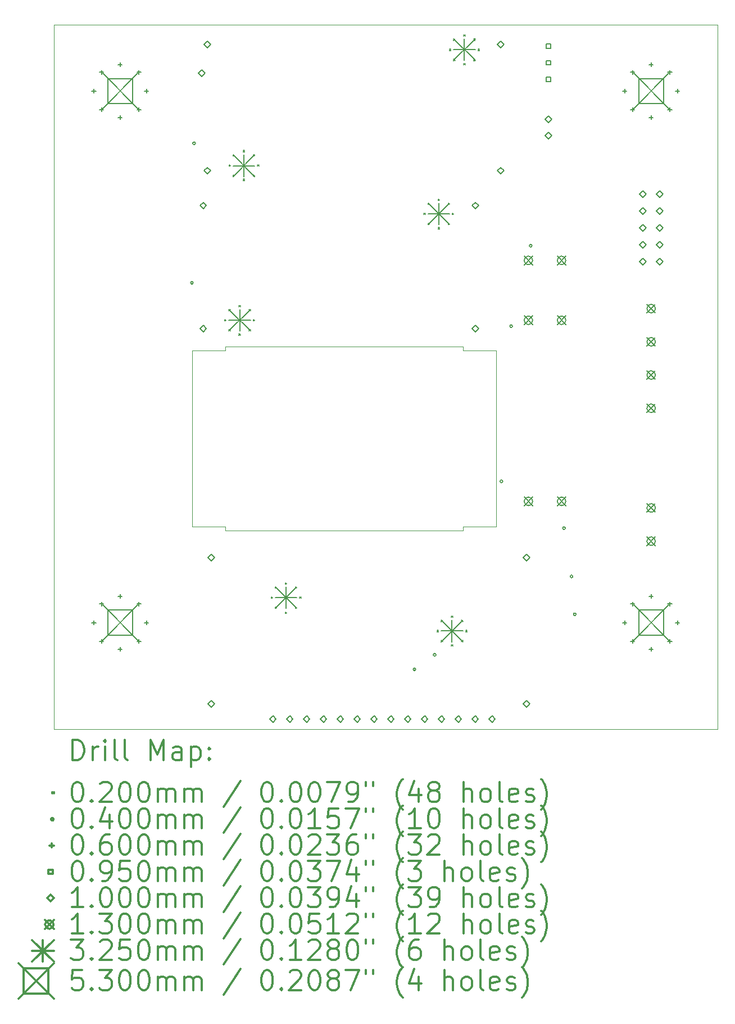
<source format=gbr>
%FSLAX45Y45*%
G04 Gerber Fmt 4.5, Leading zero omitted, Abs format (unit mm)*
G04 Created by KiCad (PCBNEW 5.1.10) date 2021-05-19 15:42:02*
%MOMM*%
%LPD*%
G01*
G04 APERTURE LIST*
%TA.AperFunction,Profile*%
%ADD10C,0.050000*%
%TD*%
%ADD11C,0.200000*%
%ADD12C,0.300000*%
G04 APERTURE END LIST*
D10*
X3800000Y-12200000D02*
X3825000Y-12200000D01*
X1750000Y-12200000D02*
X3800000Y-12200000D01*
X11750000Y-12200000D02*
X3825000Y-12200000D01*
X3837500Y-6505000D02*
X4337500Y-6505000D01*
X7912500Y-6505000D02*
X8412500Y-6505000D01*
X4337500Y-6442500D02*
X7912500Y-6442500D01*
X4337500Y-6505000D02*
X4337500Y-6442500D01*
X8412500Y-9155000D02*
X8412500Y-6505000D01*
X7912500Y-6505000D02*
X7912500Y-6442500D01*
X3837500Y-6505000D02*
X3837500Y-9155000D01*
X4337500Y-9155000D02*
X3837500Y-9155000D01*
X7912500Y-9217500D02*
X4337500Y-9217500D01*
X8412500Y-9155000D02*
X7912500Y-9155000D01*
X7912500Y-9155000D02*
X7912500Y-9217500D01*
X4337500Y-9155000D02*
X4337500Y-9217500D01*
X1750000Y-12200000D02*
X1750000Y-1600000D01*
X11750000Y-1600000D02*
X11750000Y-12200000D01*
X1750000Y-1600000D02*
X11750000Y-1600000D01*
D11*
X4325000Y-6040000D02*
X4345000Y-6060000D01*
X4345000Y-6040000D02*
X4325000Y-6060000D01*
X4387972Y-5887972D02*
X4407972Y-5907972D01*
X4407972Y-5887972D02*
X4387972Y-5907972D01*
X4387972Y-6192028D02*
X4407972Y-6212028D01*
X4407972Y-6192028D02*
X4387972Y-6212028D01*
X4390000Y-3710000D02*
X4410000Y-3730000D01*
X4410000Y-3710000D02*
X4390000Y-3730000D01*
X4452972Y-3557972D02*
X4472972Y-3577972D01*
X4472972Y-3557972D02*
X4452972Y-3577972D01*
X4452972Y-3862028D02*
X4472972Y-3882028D01*
X4472972Y-3862028D02*
X4452972Y-3882028D01*
X4540000Y-5825000D02*
X4560000Y-5845000D01*
X4560000Y-5825000D02*
X4540000Y-5845000D01*
X4540000Y-6255000D02*
X4560000Y-6275000D01*
X4560000Y-6255000D02*
X4540000Y-6275000D01*
X4605000Y-3495000D02*
X4625000Y-3515000D01*
X4625000Y-3495000D02*
X4605000Y-3515000D01*
X4605000Y-3925000D02*
X4625000Y-3945000D01*
X4625000Y-3925000D02*
X4605000Y-3945000D01*
X4692028Y-5887972D02*
X4712028Y-5907972D01*
X4712028Y-5887972D02*
X4692028Y-5907972D01*
X4692028Y-6192028D02*
X4712028Y-6212028D01*
X4712028Y-6192028D02*
X4692028Y-6212028D01*
X4755000Y-6040000D02*
X4775000Y-6060000D01*
X4775000Y-6040000D02*
X4755000Y-6060000D01*
X4757028Y-3557972D02*
X4777028Y-3577972D01*
X4777028Y-3557972D02*
X4757028Y-3577972D01*
X4757028Y-3862028D02*
X4777028Y-3882028D01*
X4777028Y-3862028D02*
X4757028Y-3882028D01*
X4820000Y-3710000D02*
X4840000Y-3730000D01*
X4840000Y-3710000D02*
X4820000Y-3730000D01*
X5025000Y-10215000D02*
X5045000Y-10235000D01*
X5045000Y-10215000D02*
X5025000Y-10235000D01*
X5087972Y-10062972D02*
X5107972Y-10082972D01*
X5107972Y-10062972D02*
X5087972Y-10082972D01*
X5087972Y-10367028D02*
X5107972Y-10387028D01*
X5107972Y-10367028D02*
X5087972Y-10387028D01*
X5240000Y-10000000D02*
X5260000Y-10020000D01*
X5260000Y-10000000D02*
X5240000Y-10020000D01*
X5240000Y-10440000D02*
X5260000Y-10460000D01*
X5260000Y-10440000D02*
X5240000Y-10460000D01*
X5392028Y-10062972D02*
X5412028Y-10082972D01*
X5412028Y-10062972D02*
X5392028Y-10082972D01*
X5392028Y-10367028D02*
X5412028Y-10387028D01*
X5412028Y-10367028D02*
X5392028Y-10387028D01*
X5455000Y-10215000D02*
X5475000Y-10235000D01*
X5475000Y-10215000D02*
X5455000Y-10235000D01*
X7325000Y-4440000D02*
X7345000Y-4460000D01*
X7345000Y-4440000D02*
X7325000Y-4460000D01*
X7387972Y-4287972D02*
X7407972Y-4307972D01*
X7407972Y-4287972D02*
X7387972Y-4307972D01*
X7387972Y-4592028D02*
X7407972Y-4612028D01*
X7407972Y-4592028D02*
X7387972Y-4612028D01*
X7525000Y-10715000D02*
X7545000Y-10735000D01*
X7545000Y-10715000D02*
X7525000Y-10735000D01*
X7540000Y-4225000D02*
X7560000Y-4245000D01*
X7560000Y-4225000D02*
X7540000Y-4245000D01*
X7540000Y-4655000D02*
X7560000Y-4675000D01*
X7560000Y-4655000D02*
X7540000Y-4675000D01*
X7587972Y-10565000D02*
X7607972Y-10585000D01*
X7607972Y-10565000D02*
X7587972Y-10585000D01*
X7587972Y-10865000D02*
X7607972Y-10885000D01*
X7607972Y-10865000D02*
X7587972Y-10885000D01*
X7692028Y-4287972D02*
X7712028Y-4307972D01*
X7712028Y-4287972D02*
X7692028Y-4307972D01*
X7692028Y-4592028D02*
X7712028Y-4612028D01*
X7712028Y-4592028D02*
X7692028Y-4612028D01*
X7710000Y-1970000D02*
X7730000Y-1990000D01*
X7730000Y-1970000D02*
X7710000Y-1990000D01*
X7740000Y-10500000D02*
X7760000Y-10520000D01*
X7760000Y-10500000D02*
X7740000Y-10520000D01*
X7740000Y-10930000D02*
X7760000Y-10950000D01*
X7760000Y-10930000D02*
X7740000Y-10950000D01*
X7755000Y-4440000D02*
X7775000Y-4460000D01*
X7775000Y-4440000D02*
X7755000Y-4460000D01*
X7772972Y-1817972D02*
X7792972Y-1837972D01*
X7792972Y-1817972D02*
X7772972Y-1837972D01*
X7772972Y-2122028D02*
X7792972Y-2142028D01*
X7792972Y-2122028D02*
X7772972Y-2142028D01*
X7892028Y-10562972D02*
X7912028Y-10582972D01*
X7912028Y-10562972D02*
X7892028Y-10582972D01*
X7892028Y-10867028D02*
X7912028Y-10887028D01*
X7912028Y-10867028D02*
X7892028Y-10887028D01*
X7925000Y-1755000D02*
X7945000Y-1775000D01*
X7945000Y-1755000D02*
X7925000Y-1775000D01*
X7925000Y-2185000D02*
X7945000Y-2205000D01*
X7945000Y-2185000D02*
X7925000Y-2205000D01*
X7955000Y-10715000D02*
X7975000Y-10735000D01*
X7975000Y-10715000D02*
X7955000Y-10735000D01*
X8077028Y-1817972D02*
X8097028Y-1837972D01*
X8097028Y-1817972D02*
X8077028Y-1837972D01*
X8077028Y-2122028D02*
X8097028Y-2142028D01*
X8097028Y-2122028D02*
X8077028Y-2142028D01*
X8140000Y-1970000D02*
X8160000Y-1990000D01*
X8160000Y-1970000D02*
X8140000Y-1990000D01*
X3850030Y-5486050D02*
G75*
G03*
X3850030Y-5486050I-20000J0D01*
G01*
X3883170Y-3386280D02*
G75*
G03*
X3883170Y-3386280I-20000J0D01*
G01*
X7202780Y-11302920D02*
G75*
G03*
X7202780Y-11302920I-20000J0D01*
G01*
X7507860Y-11084720D02*
G75*
G03*
X7507860Y-11084720I-20000J0D01*
G01*
X8513440Y-8473880D02*
G75*
G03*
X8513440Y-8473880I-20000J0D01*
G01*
X8659530Y-6139070D02*
G75*
G03*
X8659530Y-6139070I-20000J0D01*
G01*
X8954880Y-4928410D02*
G75*
G03*
X8954880Y-4928410I-20000J0D01*
G01*
X9456870Y-9178260D02*
G75*
G03*
X9456870Y-9178260I-20000J0D01*
G01*
X9570360Y-9906360D02*
G75*
G03*
X9570360Y-9906360I-20000J0D01*
G01*
X9618900Y-10474600D02*
G75*
G03*
X9618900Y-10474600I-20000J0D01*
G01*
X2352500Y-2570000D02*
X2352500Y-2630000D01*
X2322500Y-2600000D02*
X2382500Y-2600000D01*
X2352500Y-10570000D02*
X2352500Y-10630000D01*
X2322500Y-10600000D02*
X2382500Y-10600000D01*
X2468925Y-2288925D02*
X2468925Y-2348925D01*
X2438925Y-2318925D02*
X2498925Y-2318925D01*
X2468925Y-2851075D02*
X2468925Y-2911075D01*
X2438925Y-2881075D02*
X2498925Y-2881075D01*
X2468925Y-10288925D02*
X2468925Y-10348925D01*
X2438925Y-10318925D02*
X2498925Y-10318925D01*
X2468925Y-10851075D02*
X2468925Y-10911075D01*
X2438925Y-10881075D02*
X2498925Y-10881075D01*
X2750000Y-2172500D02*
X2750000Y-2232500D01*
X2720000Y-2202500D02*
X2780000Y-2202500D01*
X2750000Y-2967500D02*
X2750000Y-3027500D01*
X2720000Y-2997500D02*
X2780000Y-2997500D01*
X2750000Y-10172500D02*
X2750000Y-10232500D01*
X2720000Y-10202500D02*
X2780000Y-10202500D01*
X2750000Y-10967500D02*
X2750000Y-11027500D01*
X2720000Y-10997500D02*
X2780000Y-10997500D01*
X3031075Y-2288925D02*
X3031075Y-2348925D01*
X3001075Y-2318925D02*
X3061075Y-2318925D01*
X3031075Y-2851075D02*
X3031075Y-2911075D01*
X3001075Y-2881075D02*
X3061075Y-2881075D01*
X3031075Y-10288925D02*
X3031075Y-10348925D01*
X3001075Y-10318925D02*
X3061075Y-10318925D01*
X3031075Y-10851075D02*
X3031075Y-10911075D01*
X3001075Y-10881075D02*
X3061075Y-10881075D01*
X3147500Y-2570000D02*
X3147500Y-2630000D01*
X3117500Y-2600000D02*
X3177500Y-2600000D01*
X3147500Y-10570000D02*
X3147500Y-10630000D01*
X3117500Y-10600000D02*
X3177500Y-10600000D01*
X10352500Y-2570000D02*
X10352500Y-2630000D01*
X10322500Y-2600000D02*
X10382500Y-2600000D01*
X10352500Y-10570000D02*
X10352500Y-10630000D01*
X10322500Y-10600000D02*
X10382500Y-10600000D01*
X10468925Y-2288925D02*
X10468925Y-2348925D01*
X10438925Y-2318925D02*
X10498925Y-2318925D01*
X10468925Y-2851075D02*
X10468925Y-2911075D01*
X10438925Y-2881075D02*
X10498925Y-2881075D01*
X10468925Y-10288925D02*
X10468925Y-10348925D01*
X10438925Y-10318925D02*
X10498925Y-10318925D01*
X10468925Y-10851075D02*
X10468925Y-10911075D01*
X10438925Y-10881075D02*
X10498925Y-10881075D01*
X10750000Y-2172500D02*
X10750000Y-2232500D01*
X10720000Y-2202500D02*
X10780000Y-2202500D01*
X10750000Y-2967500D02*
X10750000Y-3027500D01*
X10720000Y-2997500D02*
X10780000Y-2997500D01*
X10750000Y-10172500D02*
X10750000Y-10232500D01*
X10720000Y-10202500D02*
X10780000Y-10202500D01*
X10750000Y-10967500D02*
X10750000Y-11027500D01*
X10720000Y-10997500D02*
X10780000Y-10997500D01*
X11031075Y-2288925D02*
X11031075Y-2348925D01*
X11001075Y-2318925D02*
X11061075Y-2318925D01*
X11031075Y-2851075D02*
X11031075Y-2911075D01*
X11001075Y-2881075D02*
X11061075Y-2881075D01*
X11031075Y-10288925D02*
X11031075Y-10348925D01*
X11001075Y-10318925D02*
X11061075Y-10318925D01*
X11031075Y-10851075D02*
X11031075Y-10911075D01*
X11001075Y-10881075D02*
X11061075Y-10881075D01*
X11147500Y-2570000D02*
X11147500Y-2630000D01*
X11117500Y-2600000D02*
X11177500Y-2600000D01*
X11147500Y-10570000D02*
X11147500Y-10630000D01*
X11117500Y-10600000D02*
X11177500Y-10600000D01*
X9233588Y-1958588D02*
X9233588Y-1891412D01*
X9166412Y-1891412D01*
X9166412Y-1958588D01*
X9233588Y-1958588D01*
X9233588Y-2208588D02*
X9233588Y-2141412D01*
X9166412Y-2141412D01*
X9166412Y-2208588D01*
X9233588Y-2208588D01*
X9233588Y-2458588D02*
X9233588Y-2391412D01*
X9166412Y-2391412D01*
X9166412Y-2458588D01*
X9233588Y-2458588D01*
X3975000Y-2380000D02*
X4025000Y-2330000D01*
X3975000Y-2280000D01*
X3925000Y-2330000D01*
X3975000Y-2380000D01*
X4000000Y-4375000D02*
X4050000Y-4325000D01*
X4000000Y-4275000D01*
X3950000Y-4325000D01*
X4000000Y-4375000D01*
X4000000Y-6225000D02*
X4050000Y-6175000D01*
X4000000Y-6125000D01*
X3950000Y-6175000D01*
X4000000Y-6225000D01*
X4065000Y-1950000D02*
X4115000Y-1900000D01*
X4065000Y-1850000D01*
X4015000Y-1900000D01*
X4065000Y-1950000D01*
X4065000Y-3850000D02*
X4115000Y-3800000D01*
X4065000Y-3750000D01*
X4015000Y-3800000D01*
X4065000Y-3850000D01*
X4125000Y-9675000D02*
X4175000Y-9625000D01*
X4125000Y-9575000D01*
X4075000Y-9625000D01*
X4125000Y-9675000D01*
X4125000Y-11875000D02*
X4175000Y-11825000D01*
X4125000Y-11775000D01*
X4075000Y-11825000D01*
X4125000Y-11875000D01*
X5050000Y-12100000D02*
X5100000Y-12050000D01*
X5050000Y-12000000D01*
X5000000Y-12050000D01*
X5050000Y-12100000D01*
X5304000Y-12100000D02*
X5354000Y-12050000D01*
X5304000Y-12000000D01*
X5254000Y-12050000D01*
X5304000Y-12100000D01*
X5558000Y-12100000D02*
X5608000Y-12050000D01*
X5558000Y-12000000D01*
X5508000Y-12050000D01*
X5558000Y-12100000D01*
X5812000Y-12100000D02*
X5862000Y-12050000D01*
X5812000Y-12000000D01*
X5762000Y-12050000D01*
X5812000Y-12100000D01*
X6066000Y-12100000D02*
X6116000Y-12050000D01*
X6066000Y-12000000D01*
X6016000Y-12050000D01*
X6066000Y-12100000D01*
X6320000Y-12100000D02*
X6370000Y-12050000D01*
X6320000Y-12000000D01*
X6270000Y-12050000D01*
X6320000Y-12100000D01*
X6574000Y-12100000D02*
X6624000Y-12050000D01*
X6574000Y-12000000D01*
X6524000Y-12050000D01*
X6574000Y-12100000D01*
X6828000Y-12100000D02*
X6878000Y-12050000D01*
X6828000Y-12000000D01*
X6778000Y-12050000D01*
X6828000Y-12100000D01*
X7082000Y-12100000D02*
X7132000Y-12050000D01*
X7082000Y-12000000D01*
X7032000Y-12050000D01*
X7082000Y-12100000D01*
X7336000Y-12100000D02*
X7386000Y-12050000D01*
X7336000Y-12000000D01*
X7286000Y-12050000D01*
X7336000Y-12100000D01*
X7590000Y-12100000D02*
X7640000Y-12050000D01*
X7590000Y-12000000D01*
X7540000Y-12050000D01*
X7590000Y-12100000D01*
X7844000Y-12100000D02*
X7894000Y-12050000D01*
X7844000Y-12000000D01*
X7794000Y-12050000D01*
X7844000Y-12100000D01*
X8098000Y-12100000D02*
X8148000Y-12050000D01*
X8098000Y-12000000D01*
X8048000Y-12050000D01*
X8098000Y-12100000D01*
X8100000Y-4375000D02*
X8150000Y-4325000D01*
X8100000Y-4275000D01*
X8050000Y-4325000D01*
X8100000Y-4375000D01*
X8100000Y-6225000D02*
X8150000Y-6175000D01*
X8100000Y-6125000D01*
X8050000Y-6175000D01*
X8100000Y-6225000D01*
X8352000Y-12100000D02*
X8402000Y-12050000D01*
X8352000Y-12000000D01*
X8302000Y-12050000D01*
X8352000Y-12100000D01*
X8485000Y-1950000D02*
X8535000Y-1900000D01*
X8485000Y-1850000D01*
X8435000Y-1900000D01*
X8485000Y-1950000D01*
X8485000Y-3850000D02*
X8535000Y-3800000D01*
X8485000Y-3750000D01*
X8435000Y-3800000D01*
X8485000Y-3850000D01*
X8875000Y-9675000D02*
X8925000Y-9625000D01*
X8875000Y-9575000D01*
X8825000Y-9625000D01*
X8875000Y-9675000D01*
X8875000Y-11875000D02*
X8925000Y-11825000D01*
X8875000Y-11775000D01*
X8825000Y-11825000D01*
X8875000Y-11875000D01*
X9200000Y-3075000D02*
X9250000Y-3025000D01*
X9200000Y-2975000D01*
X9150000Y-3025000D01*
X9200000Y-3075000D01*
X9200000Y-3325000D02*
X9250000Y-3275000D01*
X9200000Y-3225000D01*
X9150000Y-3275000D01*
X9200000Y-3325000D01*
X10625000Y-4200000D02*
X10675000Y-4150000D01*
X10625000Y-4100000D01*
X10575000Y-4150000D01*
X10625000Y-4200000D01*
X10625000Y-4454000D02*
X10675000Y-4404000D01*
X10625000Y-4354000D01*
X10575000Y-4404000D01*
X10625000Y-4454000D01*
X10625000Y-4708000D02*
X10675000Y-4658000D01*
X10625000Y-4608000D01*
X10575000Y-4658000D01*
X10625000Y-4708000D01*
X10625000Y-4962000D02*
X10675000Y-4912000D01*
X10625000Y-4862000D01*
X10575000Y-4912000D01*
X10625000Y-4962000D01*
X10625000Y-5216000D02*
X10675000Y-5166000D01*
X10625000Y-5116000D01*
X10575000Y-5166000D01*
X10625000Y-5216000D01*
X10879000Y-4200000D02*
X10929000Y-4150000D01*
X10879000Y-4100000D01*
X10829000Y-4150000D01*
X10879000Y-4200000D01*
X10879000Y-4454000D02*
X10929000Y-4404000D01*
X10879000Y-4354000D01*
X10829000Y-4404000D01*
X10879000Y-4454000D01*
X10879000Y-4708000D02*
X10929000Y-4658000D01*
X10879000Y-4608000D01*
X10829000Y-4658000D01*
X10879000Y-4708000D01*
X10879000Y-4962000D02*
X10929000Y-4912000D01*
X10879000Y-4862000D01*
X10829000Y-4912000D01*
X10879000Y-4962000D01*
X10879000Y-5216000D02*
X10929000Y-5166000D01*
X10879000Y-5116000D01*
X10829000Y-5166000D01*
X10879000Y-5216000D01*
X8835000Y-5085000D02*
X8965000Y-5215000D01*
X8965000Y-5085000D02*
X8835000Y-5215000D01*
X8965000Y-5150000D02*
G75*
G03*
X8965000Y-5150000I-65000J0D01*
G01*
X8835000Y-5985000D02*
X8965000Y-6115000D01*
X8965000Y-5985000D02*
X8835000Y-6115000D01*
X8965000Y-6050000D02*
G75*
G03*
X8965000Y-6050000I-65000J0D01*
G01*
X8835000Y-8710000D02*
X8965000Y-8840000D01*
X8965000Y-8710000D02*
X8835000Y-8840000D01*
X8965000Y-8775000D02*
G75*
G03*
X8965000Y-8775000I-65000J0D01*
G01*
X9335000Y-5085000D02*
X9465000Y-5215000D01*
X9465000Y-5085000D02*
X9335000Y-5215000D01*
X9465000Y-5150000D02*
G75*
G03*
X9465000Y-5150000I-65000J0D01*
G01*
X9335000Y-5985000D02*
X9465000Y-6115000D01*
X9465000Y-5985000D02*
X9335000Y-6115000D01*
X9465000Y-6050000D02*
G75*
G03*
X9465000Y-6050000I-65000J0D01*
G01*
X9335000Y-8710000D02*
X9465000Y-8840000D01*
X9465000Y-8710000D02*
X9335000Y-8840000D01*
X9465000Y-8775000D02*
G75*
G03*
X9465000Y-8775000I-65000J0D01*
G01*
X10685000Y-5810000D02*
X10815000Y-5940000D01*
X10815000Y-5810000D02*
X10685000Y-5940000D01*
X10815000Y-5875000D02*
G75*
G03*
X10815000Y-5875000I-65000J0D01*
G01*
X10685000Y-6310000D02*
X10815000Y-6440000D01*
X10815000Y-6310000D02*
X10685000Y-6440000D01*
X10815000Y-6375000D02*
G75*
G03*
X10815000Y-6375000I-65000J0D01*
G01*
X10685000Y-6810000D02*
X10815000Y-6940000D01*
X10815000Y-6810000D02*
X10685000Y-6940000D01*
X10815000Y-6875000D02*
G75*
G03*
X10815000Y-6875000I-65000J0D01*
G01*
X10685000Y-7310000D02*
X10815000Y-7440000D01*
X10815000Y-7310000D02*
X10685000Y-7440000D01*
X10815000Y-7375000D02*
G75*
G03*
X10815000Y-7375000I-65000J0D01*
G01*
X10685000Y-8810000D02*
X10815000Y-8940000D01*
X10815000Y-8810000D02*
X10685000Y-8940000D01*
X10815000Y-8875000D02*
G75*
G03*
X10815000Y-8875000I-65000J0D01*
G01*
X10685000Y-9310000D02*
X10815000Y-9440000D01*
X10815000Y-9310000D02*
X10685000Y-9440000D01*
X10815000Y-9375000D02*
G75*
G03*
X10815000Y-9375000I-65000J0D01*
G01*
X4387500Y-5887500D02*
X4712500Y-6212500D01*
X4712500Y-5887500D02*
X4387500Y-6212500D01*
X4550000Y-5887500D02*
X4550000Y-6212500D01*
X4387500Y-6050000D02*
X4712500Y-6050000D01*
X4452500Y-3562500D02*
X4777500Y-3887500D01*
X4777500Y-3562500D02*
X4452500Y-3887500D01*
X4615000Y-3562500D02*
X4615000Y-3887500D01*
X4452500Y-3725000D02*
X4777500Y-3725000D01*
X5087500Y-10062500D02*
X5412500Y-10387500D01*
X5412500Y-10062500D02*
X5087500Y-10387500D01*
X5250000Y-10062500D02*
X5250000Y-10387500D01*
X5087500Y-10225000D02*
X5412500Y-10225000D01*
X7387500Y-4287500D02*
X7712500Y-4612500D01*
X7712500Y-4287500D02*
X7387500Y-4612500D01*
X7550000Y-4287500D02*
X7550000Y-4612500D01*
X7387500Y-4450000D02*
X7712500Y-4450000D01*
X7587500Y-10562500D02*
X7912500Y-10887500D01*
X7912500Y-10562500D02*
X7587500Y-10887500D01*
X7750000Y-10562500D02*
X7750000Y-10887500D01*
X7587500Y-10725000D02*
X7912500Y-10725000D01*
X7772500Y-1812500D02*
X8097500Y-2137500D01*
X8097500Y-1812500D02*
X7772500Y-2137500D01*
X7935000Y-1812500D02*
X7935000Y-2137500D01*
X7772500Y-1975000D02*
X8097500Y-1975000D01*
X2485000Y-2335000D02*
X3015000Y-2865000D01*
X3015000Y-2335000D02*
X2485000Y-2865000D01*
X2937385Y-2787385D02*
X2937385Y-2412615D01*
X2562615Y-2412615D01*
X2562615Y-2787385D01*
X2937385Y-2787385D01*
X2485000Y-10335000D02*
X3015000Y-10865000D01*
X3015000Y-10335000D02*
X2485000Y-10865000D01*
X2937385Y-10787385D02*
X2937385Y-10412615D01*
X2562615Y-10412615D01*
X2562615Y-10787385D01*
X2937385Y-10787385D01*
X10485000Y-2335000D02*
X11015000Y-2865000D01*
X11015000Y-2335000D02*
X10485000Y-2865000D01*
X10937385Y-2787385D02*
X10937385Y-2412615D01*
X10562615Y-2412615D01*
X10562615Y-2787385D01*
X10937385Y-2787385D01*
X10485000Y-10335000D02*
X11015000Y-10865000D01*
X11015000Y-10335000D02*
X10485000Y-10865000D01*
X10937385Y-10787385D02*
X10937385Y-10412615D01*
X10562615Y-10412615D01*
X10562615Y-10787385D01*
X10937385Y-10787385D01*
D12*
X2033928Y-12668214D02*
X2033928Y-12368214D01*
X2105357Y-12368214D01*
X2148214Y-12382500D01*
X2176786Y-12411071D01*
X2191071Y-12439643D01*
X2205357Y-12496786D01*
X2205357Y-12539643D01*
X2191071Y-12596786D01*
X2176786Y-12625357D01*
X2148214Y-12653929D01*
X2105357Y-12668214D01*
X2033928Y-12668214D01*
X2333928Y-12668214D02*
X2333928Y-12468214D01*
X2333928Y-12525357D02*
X2348214Y-12496786D01*
X2362500Y-12482500D01*
X2391071Y-12468214D01*
X2419643Y-12468214D01*
X2519643Y-12668214D02*
X2519643Y-12468214D01*
X2519643Y-12368214D02*
X2505357Y-12382500D01*
X2519643Y-12396786D01*
X2533928Y-12382500D01*
X2519643Y-12368214D01*
X2519643Y-12396786D01*
X2705357Y-12668214D02*
X2676786Y-12653929D01*
X2662500Y-12625357D01*
X2662500Y-12368214D01*
X2862500Y-12668214D02*
X2833928Y-12653929D01*
X2819643Y-12625357D01*
X2819643Y-12368214D01*
X3205357Y-12668214D02*
X3205357Y-12368214D01*
X3305357Y-12582500D01*
X3405357Y-12368214D01*
X3405357Y-12668214D01*
X3676786Y-12668214D02*
X3676786Y-12511071D01*
X3662500Y-12482500D01*
X3633928Y-12468214D01*
X3576786Y-12468214D01*
X3548214Y-12482500D01*
X3676786Y-12653929D02*
X3648214Y-12668214D01*
X3576786Y-12668214D01*
X3548214Y-12653929D01*
X3533928Y-12625357D01*
X3533928Y-12596786D01*
X3548214Y-12568214D01*
X3576786Y-12553929D01*
X3648214Y-12553929D01*
X3676786Y-12539643D01*
X3819643Y-12468214D02*
X3819643Y-12768214D01*
X3819643Y-12482500D02*
X3848214Y-12468214D01*
X3905357Y-12468214D01*
X3933928Y-12482500D01*
X3948214Y-12496786D01*
X3962500Y-12525357D01*
X3962500Y-12611071D01*
X3948214Y-12639643D01*
X3933928Y-12653929D01*
X3905357Y-12668214D01*
X3848214Y-12668214D01*
X3819643Y-12653929D01*
X4091071Y-12639643D02*
X4105357Y-12653929D01*
X4091071Y-12668214D01*
X4076786Y-12653929D01*
X4091071Y-12639643D01*
X4091071Y-12668214D01*
X4091071Y-12482500D02*
X4105357Y-12496786D01*
X4091071Y-12511071D01*
X4076786Y-12496786D01*
X4091071Y-12482500D01*
X4091071Y-12511071D01*
X1727500Y-13152500D02*
X1747500Y-13172500D01*
X1747500Y-13152500D02*
X1727500Y-13172500D01*
X2091071Y-12998214D02*
X2119643Y-12998214D01*
X2148214Y-13012500D01*
X2162500Y-13026786D01*
X2176786Y-13055357D01*
X2191071Y-13112500D01*
X2191071Y-13183929D01*
X2176786Y-13241071D01*
X2162500Y-13269643D01*
X2148214Y-13283929D01*
X2119643Y-13298214D01*
X2091071Y-13298214D01*
X2062500Y-13283929D01*
X2048214Y-13269643D01*
X2033928Y-13241071D01*
X2019643Y-13183929D01*
X2019643Y-13112500D01*
X2033928Y-13055357D01*
X2048214Y-13026786D01*
X2062500Y-13012500D01*
X2091071Y-12998214D01*
X2319643Y-13269643D02*
X2333928Y-13283929D01*
X2319643Y-13298214D01*
X2305357Y-13283929D01*
X2319643Y-13269643D01*
X2319643Y-13298214D01*
X2448214Y-13026786D02*
X2462500Y-13012500D01*
X2491071Y-12998214D01*
X2562500Y-12998214D01*
X2591071Y-13012500D01*
X2605357Y-13026786D01*
X2619643Y-13055357D01*
X2619643Y-13083929D01*
X2605357Y-13126786D01*
X2433928Y-13298214D01*
X2619643Y-13298214D01*
X2805357Y-12998214D02*
X2833928Y-12998214D01*
X2862500Y-13012500D01*
X2876786Y-13026786D01*
X2891071Y-13055357D01*
X2905357Y-13112500D01*
X2905357Y-13183929D01*
X2891071Y-13241071D01*
X2876786Y-13269643D01*
X2862500Y-13283929D01*
X2833928Y-13298214D01*
X2805357Y-13298214D01*
X2776786Y-13283929D01*
X2762500Y-13269643D01*
X2748214Y-13241071D01*
X2733928Y-13183929D01*
X2733928Y-13112500D01*
X2748214Y-13055357D01*
X2762500Y-13026786D01*
X2776786Y-13012500D01*
X2805357Y-12998214D01*
X3091071Y-12998214D02*
X3119643Y-12998214D01*
X3148214Y-13012500D01*
X3162500Y-13026786D01*
X3176786Y-13055357D01*
X3191071Y-13112500D01*
X3191071Y-13183929D01*
X3176786Y-13241071D01*
X3162500Y-13269643D01*
X3148214Y-13283929D01*
X3119643Y-13298214D01*
X3091071Y-13298214D01*
X3062500Y-13283929D01*
X3048214Y-13269643D01*
X3033928Y-13241071D01*
X3019643Y-13183929D01*
X3019643Y-13112500D01*
X3033928Y-13055357D01*
X3048214Y-13026786D01*
X3062500Y-13012500D01*
X3091071Y-12998214D01*
X3319643Y-13298214D02*
X3319643Y-13098214D01*
X3319643Y-13126786D02*
X3333928Y-13112500D01*
X3362500Y-13098214D01*
X3405357Y-13098214D01*
X3433928Y-13112500D01*
X3448214Y-13141071D01*
X3448214Y-13298214D01*
X3448214Y-13141071D02*
X3462500Y-13112500D01*
X3491071Y-13098214D01*
X3533928Y-13098214D01*
X3562500Y-13112500D01*
X3576786Y-13141071D01*
X3576786Y-13298214D01*
X3719643Y-13298214D02*
X3719643Y-13098214D01*
X3719643Y-13126786D02*
X3733928Y-13112500D01*
X3762500Y-13098214D01*
X3805357Y-13098214D01*
X3833928Y-13112500D01*
X3848214Y-13141071D01*
X3848214Y-13298214D01*
X3848214Y-13141071D02*
X3862500Y-13112500D01*
X3891071Y-13098214D01*
X3933928Y-13098214D01*
X3962500Y-13112500D01*
X3976786Y-13141071D01*
X3976786Y-13298214D01*
X4562500Y-12983929D02*
X4305357Y-13369643D01*
X4948214Y-12998214D02*
X4976786Y-12998214D01*
X5005357Y-13012500D01*
X5019643Y-13026786D01*
X5033928Y-13055357D01*
X5048214Y-13112500D01*
X5048214Y-13183929D01*
X5033928Y-13241071D01*
X5019643Y-13269643D01*
X5005357Y-13283929D01*
X4976786Y-13298214D01*
X4948214Y-13298214D01*
X4919643Y-13283929D01*
X4905357Y-13269643D01*
X4891071Y-13241071D01*
X4876786Y-13183929D01*
X4876786Y-13112500D01*
X4891071Y-13055357D01*
X4905357Y-13026786D01*
X4919643Y-13012500D01*
X4948214Y-12998214D01*
X5176786Y-13269643D02*
X5191071Y-13283929D01*
X5176786Y-13298214D01*
X5162500Y-13283929D01*
X5176786Y-13269643D01*
X5176786Y-13298214D01*
X5376786Y-12998214D02*
X5405357Y-12998214D01*
X5433928Y-13012500D01*
X5448214Y-13026786D01*
X5462500Y-13055357D01*
X5476786Y-13112500D01*
X5476786Y-13183929D01*
X5462500Y-13241071D01*
X5448214Y-13269643D01*
X5433928Y-13283929D01*
X5405357Y-13298214D01*
X5376786Y-13298214D01*
X5348214Y-13283929D01*
X5333928Y-13269643D01*
X5319643Y-13241071D01*
X5305357Y-13183929D01*
X5305357Y-13112500D01*
X5319643Y-13055357D01*
X5333928Y-13026786D01*
X5348214Y-13012500D01*
X5376786Y-12998214D01*
X5662500Y-12998214D02*
X5691071Y-12998214D01*
X5719643Y-13012500D01*
X5733928Y-13026786D01*
X5748214Y-13055357D01*
X5762500Y-13112500D01*
X5762500Y-13183929D01*
X5748214Y-13241071D01*
X5733928Y-13269643D01*
X5719643Y-13283929D01*
X5691071Y-13298214D01*
X5662500Y-13298214D01*
X5633928Y-13283929D01*
X5619643Y-13269643D01*
X5605357Y-13241071D01*
X5591071Y-13183929D01*
X5591071Y-13112500D01*
X5605357Y-13055357D01*
X5619643Y-13026786D01*
X5633928Y-13012500D01*
X5662500Y-12998214D01*
X5862500Y-12998214D02*
X6062500Y-12998214D01*
X5933928Y-13298214D01*
X6191071Y-13298214D02*
X6248214Y-13298214D01*
X6276786Y-13283929D01*
X6291071Y-13269643D01*
X6319643Y-13226786D01*
X6333928Y-13169643D01*
X6333928Y-13055357D01*
X6319643Y-13026786D01*
X6305357Y-13012500D01*
X6276786Y-12998214D01*
X6219643Y-12998214D01*
X6191071Y-13012500D01*
X6176786Y-13026786D01*
X6162500Y-13055357D01*
X6162500Y-13126786D01*
X6176786Y-13155357D01*
X6191071Y-13169643D01*
X6219643Y-13183929D01*
X6276786Y-13183929D01*
X6305357Y-13169643D01*
X6319643Y-13155357D01*
X6333928Y-13126786D01*
X6448214Y-12998214D02*
X6448214Y-13055357D01*
X6562500Y-12998214D02*
X6562500Y-13055357D01*
X7005357Y-13412500D02*
X6991071Y-13398214D01*
X6962500Y-13355357D01*
X6948214Y-13326786D01*
X6933928Y-13283929D01*
X6919643Y-13212500D01*
X6919643Y-13155357D01*
X6933928Y-13083929D01*
X6948214Y-13041071D01*
X6962500Y-13012500D01*
X6991071Y-12969643D01*
X7005357Y-12955357D01*
X7248214Y-13098214D02*
X7248214Y-13298214D01*
X7176786Y-12983929D02*
X7105357Y-13198214D01*
X7291071Y-13198214D01*
X7448214Y-13126786D02*
X7419643Y-13112500D01*
X7405357Y-13098214D01*
X7391071Y-13069643D01*
X7391071Y-13055357D01*
X7405357Y-13026786D01*
X7419643Y-13012500D01*
X7448214Y-12998214D01*
X7505357Y-12998214D01*
X7533928Y-13012500D01*
X7548214Y-13026786D01*
X7562500Y-13055357D01*
X7562500Y-13069643D01*
X7548214Y-13098214D01*
X7533928Y-13112500D01*
X7505357Y-13126786D01*
X7448214Y-13126786D01*
X7419643Y-13141071D01*
X7405357Y-13155357D01*
X7391071Y-13183929D01*
X7391071Y-13241071D01*
X7405357Y-13269643D01*
X7419643Y-13283929D01*
X7448214Y-13298214D01*
X7505357Y-13298214D01*
X7533928Y-13283929D01*
X7548214Y-13269643D01*
X7562500Y-13241071D01*
X7562500Y-13183929D01*
X7548214Y-13155357D01*
X7533928Y-13141071D01*
X7505357Y-13126786D01*
X7919643Y-13298214D02*
X7919643Y-12998214D01*
X8048214Y-13298214D02*
X8048214Y-13141071D01*
X8033928Y-13112500D01*
X8005357Y-13098214D01*
X7962500Y-13098214D01*
X7933928Y-13112500D01*
X7919643Y-13126786D01*
X8233928Y-13298214D02*
X8205357Y-13283929D01*
X8191071Y-13269643D01*
X8176786Y-13241071D01*
X8176786Y-13155357D01*
X8191071Y-13126786D01*
X8205357Y-13112500D01*
X8233928Y-13098214D01*
X8276786Y-13098214D01*
X8305357Y-13112500D01*
X8319643Y-13126786D01*
X8333928Y-13155357D01*
X8333928Y-13241071D01*
X8319643Y-13269643D01*
X8305357Y-13283929D01*
X8276786Y-13298214D01*
X8233928Y-13298214D01*
X8505357Y-13298214D02*
X8476786Y-13283929D01*
X8462500Y-13255357D01*
X8462500Y-12998214D01*
X8733928Y-13283929D02*
X8705357Y-13298214D01*
X8648214Y-13298214D01*
X8619643Y-13283929D01*
X8605357Y-13255357D01*
X8605357Y-13141071D01*
X8619643Y-13112500D01*
X8648214Y-13098214D01*
X8705357Y-13098214D01*
X8733928Y-13112500D01*
X8748214Y-13141071D01*
X8748214Y-13169643D01*
X8605357Y-13198214D01*
X8862500Y-13283929D02*
X8891071Y-13298214D01*
X8948214Y-13298214D01*
X8976786Y-13283929D01*
X8991071Y-13255357D01*
X8991071Y-13241071D01*
X8976786Y-13212500D01*
X8948214Y-13198214D01*
X8905357Y-13198214D01*
X8876786Y-13183929D01*
X8862500Y-13155357D01*
X8862500Y-13141071D01*
X8876786Y-13112500D01*
X8905357Y-13098214D01*
X8948214Y-13098214D01*
X8976786Y-13112500D01*
X9091071Y-13412500D02*
X9105357Y-13398214D01*
X9133928Y-13355357D01*
X9148214Y-13326786D01*
X9162500Y-13283929D01*
X9176786Y-13212500D01*
X9176786Y-13155357D01*
X9162500Y-13083929D01*
X9148214Y-13041071D01*
X9133928Y-13012500D01*
X9105357Y-12969643D01*
X9091071Y-12955357D01*
X1747500Y-13558500D02*
G75*
G03*
X1747500Y-13558500I-20000J0D01*
G01*
X2091071Y-13394214D02*
X2119643Y-13394214D01*
X2148214Y-13408500D01*
X2162500Y-13422786D01*
X2176786Y-13451357D01*
X2191071Y-13508500D01*
X2191071Y-13579929D01*
X2176786Y-13637071D01*
X2162500Y-13665643D01*
X2148214Y-13679929D01*
X2119643Y-13694214D01*
X2091071Y-13694214D01*
X2062500Y-13679929D01*
X2048214Y-13665643D01*
X2033928Y-13637071D01*
X2019643Y-13579929D01*
X2019643Y-13508500D01*
X2033928Y-13451357D01*
X2048214Y-13422786D01*
X2062500Y-13408500D01*
X2091071Y-13394214D01*
X2319643Y-13665643D02*
X2333928Y-13679929D01*
X2319643Y-13694214D01*
X2305357Y-13679929D01*
X2319643Y-13665643D01*
X2319643Y-13694214D01*
X2591071Y-13494214D02*
X2591071Y-13694214D01*
X2519643Y-13379929D02*
X2448214Y-13594214D01*
X2633928Y-13594214D01*
X2805357Y-13394214D02*
X2833928Y-13394214D01*
X2862500Y-13408500D01*
X2876786Y-13422786D01*
X2891071Y-13451357D01*
X2905357Y-13508500D01*
X2905357Y-13579929D01*
X2891071Y-13637071D01*
X2876786Y-13665643D01*
X2862500Y-13679929D01*
X2833928Y-13694214D01*
X2805357Y-13694214D01*
X2776786Y-13679929D01*
X2762500Y-13665643D01*
X2748214Y-13637071D01*
X2733928Y-13579929D01*
X2733928Y-13508500D01*
X2748214Y-13451357D01*
X2762500Y-13422786D01*
X2776786Y-13408500D01*
X2805357Y-13394214D01*
X3091071Y-13394214D02*
X3119643Y-13394214D01*
X3148214Y-13408500D01*
X3162500Y-13422786D01*
X3176786Y-13451357D01*
X3191071Y-13508500D01*
X3191071Y-13579929D01*
X3176786Y-13637071D01*
X3162500Y-13665643D01*
X3148214Y-13679929D01*
X3119643Y-13694214D01*
X3091071Y-13694214D01*
X3062500Y-13679929D01*
X3048214Y-13665643D01*
X3033928Y-13637071D01*
X3019643Y-13579929D01*
X3019643Y-13508500D01*
X3033928Y-13451357D01*
X3048214Y-13422786D01*
X3062500Y-13408500D01*
X3091071Y-13394214D01*
X3319643Y-13694214D02*
X3319643Y-13494214D01*
X3319643Y-13522786D02*
X3333928Y-13508500D01*
X3362500Y-13494214D01*
X3405357Y-13494214D01*
X3433928Y-13508500D01*
X3448214Y-13537071D01*
X3448214Y-13694214D01*
X3448214Y-13537071D02*
X3462500Y-13508500D01*
X3491071Y-13494214D01*
X3533928Y-13494214D01*
X3562500Y-13508500D01*
X3576786Y-13537071D01*
X3576786Y-13694214D01*
X3719643Y-13694214D02*
X3719643Y-13494214D01*
X3719643Y-13522786D02*
X3733928Y-13508500D01*
X3762500Y-13494214D01*
X3805357Y-13494214D01*
X3833928Y-13508500D01*
X3848214Y-13537071D01*
X3848214Y-13694214D01*
X3848214Y-13537071D02*
X3862500Y-13508500D01*
X3891071Y-13494214D01*
X3933928Y-13494214D01*
X3962500Y-13508500D01*
X3976786Y-13537071D01*
X3976786Y-13694214D01*
X4562500Y-13379929D02*
X4305357Y-13765643D01*
X4948214Y-13394214D02*
X4976786Y-13394214D01*
X5005357Y-13408500D01*
X5019643Y-13422786D01*
X5033928Y-13451357D01*
X5048214Y-13508500D01*
X5048214Y-13579929D01*
X5033928Y-13637071D01*
X5019643Y-13665643D01*
X5005357Y-13679929D01*
X4976786Y-13694214D01*
X4948214Y-13694214D01*
X4919643Y-13679929D01*
X4905357Y-13665643D01*
X4891071Y-13637071D01*
X4876786Y-13579929D01*
X4876786Y-13508500D01*
X4891071Y-13451357D01*
X4905357Y-13422786D01*
X4919643Y-13408500D01*
X4948214Y-13394214D01*
X5176786Y-13665643D02*
X5191071Y-13679929D01*
X5176786Y-13694214D01*
X5162500Y-13679929D01*
X5176786Y-13665643D01*
X5176786Y-13694214D01*
X5376786Y-13394214D02*
X5405357Y-13394214D01*
X5433928Y-13408500D01*
X5448214Y-13422786D01*
X5462500Y-13451357D01*
X5476786Y-13508500D01*
X5476786Y-13579929D01*
X5462500Y-13637071D01*
X5448214Y-13665643D01*
X5433928Y-13679929D01*
X5405357Y-13694214D01*
X5376786Y-13694214D01*
X5348214Y-13679929D01*
X5333928Y-13665643D01*
X5319643Y-13637071D01*
X5305357Y-13579929D01*
X5305357Y-13508500D01*
X5319643Y-13451357D01*
X5333928Y-13422786D01*
X5348214Y-13408500D01*
X5376786Y-13394214D01*
X5762500Y-13694214D02*
X5591071Y-13694214D01*
X5676786Y-13694214D02*
X5676786Y-13394214D01*
X5648214Y-13437071D01*
X5619643Y-13465643D01*
X5591071Y-13479929D01*
X6033928Y-13394214D02*
X5891071Y-13394214D01*
X5876786Y-13537071D01*
X5891071Y-13522786D01*
X5919643Y-13508500D01*
X5991071Y-13508500D01*
X6019643Y-13522786D01*
X6033928Y-13537071D01*
X6048214Y-13565643D01*
X6048214Y-13637071D01*
X6033928Y-13665643D01*
X6019643Y-13679929D01*
X5991071Y-13694214D01*
X5919643Y-13694214D01*
X5891071Y-13679929D01*
X5876786Y-13665643D01*
X6148214Y-13394214D02*
X6348214Y-13394214D01*
X6219643Y-13694214D01*
X6448214Y-13394214D02*
X6448214Y-13451357D01*
X6562500Y-13394214D02*
X6562500Y-13451357D01*
X7005357Y-13808500D02*
X6991071Y-13794214D01*
X6962500Y-13751357D01*
X6948214Y-13722786D01*
X6933928Y-13679929D01*
X6919643Y-13608500D01*
X6919643Y-13551357D01*
X6933928Y-13479929D01*
X6948214Y-13437071D01*
X6962500Y-13408500D01*
X6991071Y-13365643D01*
X7005357Y-13351357D01*
X7276786Y-13694214D02*
X7105357Y-13694214D01*
X7191071Y-13694214D02*
X7191071Y-13394214D01*
X7162500Y-13437071D01*
X7133928Y-13465643D01*
X7105357Y-13479929D01*
X7462500Y-13394214D02*
X7491071Y-13394214D01*
X7519643Y-13408500D01*
X7533928Y-13422786D01*
X7548214Y-13451357D01*
X7562500Y-13508500D01*
X7562500Y-13579929D01*
X7548214Y-13637071D01*
X7533928Y-13665643D01*
X7519643Y-13679929D01*
X7491071Y-13694214D01*
X7462500Y-13694214D01*
X7433928Y-13679929D01*
X7419643Y-13665643D01*
X7405357Y-13637071D01*
X7391071Y-13579929D01*
X7391071Y-13508500D01*
X7405357Y-13451357D01*
X7419643Y-13422786D01*
X7433928Y-13408500D01*
X7462500Y-13394214D01*
X7919643Y-13694214D02*
X7919643Y-13394214D01*
X8048214Y-13694214D02*
X8048214Y-13537071D01*
X8033928Y-13508500D01*
X8005357Y-13494214D01*
X7962500Y-13494214D01*
X7933928Y-13508500D01*
X7919643Y-13522786D01*
X8233928Y-13694214D02*
X8205357Y-13679929D01*
X8191071Y-13665643D01*
X8176786Y-13637071D01*
X8176786Y-13551357D01*
X8191071Y-13522786D01*
X8205357Y-13508500D01*
X8233928Y-13494214D01*
X8276786Y-13494214D01*
X8305357Y-13508500D01*
X8319643Y-13522786D01*
X8333928Y-13551357D01*
X8333928Y-13637071D01*
X8319643Y-13665643D01*
X8305357Y-13679929D01*
X8276786Y-13694214D01*
X8233928Y-13694214D01*
X8505357Y-13694214D02*
X8476786Y-13679929D01*
X8462500Y-13651357D01*
X8462500Y-13394214D01*
X8733928Y-13679929D02*
X8705357Y-13694214D01*
X8648214Y-13694214D01*
X8619643Y-13679929D01*
X8605357Y-13651357D01*
X8605357Y-13537071D01*
X8619643Y-13508500D01*
X8648214Y-13494214D01*
X8705357Y-13494214D01*
X8733928Y-13508500D01*
X8748214Y-13537071D01*
X8748214Y-13565643D01*
X8605357Y-13594214D01*
X8862500Y-13679929D02*
X8891071Y-13694214D01*
X8948214Y-13694214D01*
X8976786Y-13679929D01*
X8991071Y-13651357D01*
X8991071Y-13637071D01*
X8976786Y-13608500D01*
X8948214Y-13594214D01*
X8905357Y-13594214D01*
X8876786Y-13579929D01*
X8862500Y-13551357D01*
X8862500Y-13537071D01*
X8876786Y-13508500D01*
X8905357Y-13494214D01*
X8948214Y-13494214D01*
X8976786Y-13508500D01*
X9091071Y-13808500D02*
X9105357Y-13794214D01*
X9133928Y-13751357D01*
X9148214Y-13722786D01*
X9162500Y-13679929D01*
X9176786Y-13608500D01*
X9176786Y-13551357D01*
X9162500Y-13479929D01*
X9148214Y-13437071D01*
X9133928Y-13408500D01*
X9105357Y-13365643D01*
X9091071Y-13351357D01*
X1717500Y-13924500D02*
X1717500Y-13984500D01*
X1687500Y-13954500D02*
X1747500Y-13954500D01*
X2091071Y-13790214D02*
X2119643Y-13790214D01*
X2148214Y-13804500D01*
X2162500Y-13818786D01*
X2176786Y-13847357D01*
X2191071Y-13904500D01*
X2191071Y-13975929D01*
X2176786Y-14033071D01*
X2162500Y-14061643D01*
X2148214Y-14075929D01*
X2119643Y-14090214D01*
X2091071Y-14090214D01*
X2062500Y-14075929D01*
X2048214Y-14061643D01*
X2033928Y-14033071D01*
X2019643Y-13975929D01*
X2019643Y-13904500D01*
X2033928Y-13847357D01*
X2048214Y-13818786D01*
X2062500Y-13804500D01*
X2091071Y-13790214D01*
X2319643Y-14061643D02*
X2333928Y-14075929D01*
X2319643Y-14090214D01*
X2305357Y-14075929D01*
X2319643Y-14061643D01*
X2319643Y-14090214D01*
X2591071Y-13790214D02*
X2533928Y-13790214D01*
X2505357Y-13804500D01*
X2491071Y-13818786D01*
X2462500Y-13861643D01*
X2448214Y-13918786D01*
X2448214Y-14033071D01*
X2462500Y-14061643D01*
X2476786Y-14075929D01*
X2505357Y-14090214D01*
X2562500Y-14090214D01*
X2591071Y-14075929D01*
X2605357Y-14061643D01*
X2619643Y-14033071D01*
X2619643Y-13961643D01*
X2605357Y-13933071D01*
X2591071Y-13918786D01*
X2562500Y-13904500D01*
X2505357Y-13904500D01*
X2476786Y-13918786D01*
X2462500Y-13933071D01*
X2448214Y-13961643D01*
X2805357Y-13790214D02*
X2833928Y-13790214D01*
X2862500Y-13804500D01*
X2876786Y-13818786D01*
X2891071Y-13847357D01*
X2905357Y-13904500D01*
X2905357Y-13975929D01*
X2891071Y-14033071D01*
X2876786Y-14061643D01*
X2862500Y-14075929D01*
X2833928Y-14090214D01*
X2805357Y-14090214D01*
X2776786Y-14075929D01*
X2762500Y-14061643D01*
X2748214Y-14033071D01*
X2733928Y-13975929D01*
X2733928Y-13904500D01*
X2748214Y-13847357D01*
X2762500Y-13818786D01*
X2776786Y-13804500D01*
X2805357Y-13790214D01*
X3091071Y-13790214D02*
X3119643Y-13790214D01*
X3148214Y-13804500D01*
X3162500Y-13818786D01*
X3176786Y-13847357D01*
X3191071Y-13904500D01*
X3191071Y-13975929D01*
X3176786Y-14033071D01*
X3162500Y-14061643D01*
X3148214Y-14075929D01*
X3119643Y-14090214D01*
X3091071Y-14090214D01*
X3062500Y-14075929D01*
X3048214Y-14061643D01*
X3033928Y-14033071D01*
X3019643Y-13975929D01*
X3019643Y-13904500D01*
X3033928Y-13847357D01*
X3048214Y-13818786D01*
X3062500Y-13804500D01*
X3091071Y-13790214D01*
X3319643Y-14090214D02*
X3319643Y-13890214D01*
X3319643Y-13918786D02*
X3333928Y-13904500D01*
X3362500Y-13890214D01*
X3405357Y-13890214D01*
X3433928Y-13904500D01*
X3448214Y-13933071D01*
X3448214Y-14090214D01*
X3448214Y-13933071D02*
X3462500Y-13904500D01*
X3491071Y-13890214D01*
X3533928Y-13890214D01*
X3562500Y-13904500D01*
X3576786Y-13933071D01*
X3576786Y-14090214D01*
X3719643Y-14090214D02*
X3719643Y-13890214D01*
X3719643Y-13918786D02*
X3733928Y-13904500D01*
X3762500Y-13890214D01*
X3805357Y-13890214D01*
X3833928Y-13904500D01*
X3848214Y-13933071D01*
X3848214Y-14090214D01*
X3848214Y-13933071D02*
X3862500Y-13904500D01*
X3891071Y-13890214D01*
X3933928Y-13890214D01*
X3962500Y-13904500D01*
X3976786Y-13933071D01*
X3976786Y-14090214D01*
X4562500Y-13775929D02*
X4305357Y-14161643D01*
X4948214Y-13790214D02*
X4976786Y-13790214D01*
X5005357Y-13804500D01*
X5019643Y-13818786D01*
X5033928Y-13847357D01*
X5048214Y-13904500D01*
X5048214Y-13975929D01*
X5033928Y-14033071D01*
X5019643Y-14061643D01*
X5005357Y-14075929D01*
X4976786Y-14090214D01*
X4948214Y-14090214D01*
X4919643Y-14075929D01*
X4905357Y-14061643D01*
X4891071Y-14033071D01*
X4876786Y-13975929D01*
X4876786Y-13904500D01*
X4891071Y-13847357D01*
X4905357Y-13818786D01*
X4919643Y-13804500D01*
X4948214Y-13790214D01*
X5176786Y-14061643D02*
X5191071Y-14075929D01*
X5176786Y-14090214D01*
X5162500Y-14075929D01*
X5176786Y-14061643D01*
X5176786Y-14090214D01*
X5376786Y-13790214D02*
X5405357Y-13790214D01*
X5433928Y-13804500D01*
X5448214Y-13818786D01*
X5462500Y-13847357D01*
X5476786Y-13904500D01*
X5476786Y-13975929D01*
X5462500Y-14033071D01*
X5448214Y-14061643D01*
X5433928Y-14075929D01*
X5405357Y-14090214D01*
X5376786Y-14090214D01*
X5348214Y-14075929D01*
X5333928Y-14061643D01*
X5319643Y-14033071D01*
X5305357Y-13975929D01*
X5305357Y-13904500D01*
X5319643Y-13847357D01*
X5333928Y-13818786D01*
X5348214Y-13804500D01*
X5376786Y-13790214D01*
X5591071Y-13818786D02*
X5605357Y-13804500D01*
X5633928Y-13790214D01*
X5705357Y-13790214D01*
X5733928Y-13804500D01*
X5748214Y-13818786D01*
X5762500Y-13847357D01*
X5762500Y-13875929D01*
X5748214Y-13918786D01*
X5576786Y-14090214D01*
X5762500Y-14090214D01*
X5862500Y-13790214D02*
X6048214Y-13790214D01*
X5948214Y-13904500D01*
X5991071Y-13904500D01*
X6019643Y-13918786D01*
X6033928Y-13933071D01*
X6048214Y-13961643D01*
X6048214Y-14033071D01*
X6033928Y-14061643D01*
X6019643Y-14075929D01*
X5991071Y-14090214D01*
X5905357Y-14090214D01*
X5876786Y-14075929D01*
X5862500Y-14061643D01*
X6305357Y-13790214D02*
X6248214Y-13790214D01*
X6219643Y-13804500D01*
X6205357Y-13818786D01*
X6176786Y-13861643D01*
X6162500Y-13918786D01*
X6162500Y-14033071D01*
X6176786Y-14061643D01*
X6191071Y-14075929D01*
X6219643Y-14090214D01*
X6276786Y-14090214D01*
X6305357Y-14075929D01*
X6319643Y-14061643D01*
X6333928Y-14033071D01*
X6333928Y-13961643D01*
X6319643Y-13933071D01*
X6305357Y-13918786D01*
X6276786Y-13904500D01*
X6219643Y-13904500D01*
X6191071Y-13918786D01*
X6176786Y-13933071D01*
X6162500Y-13961643D01*
X6448214Y-13790214D02*
X6448214Y-13847357D01*
X6562500Y-13790214D02*
X6562500Y-13847357D01*
X7005357Y-14204500D02*
X6991071Y-14190214D01*
X6962500Y-14147357D01*
X6948214Y-14118786D01*
X6933928Y-14075929D01*
X6919643Y-14004500D01*
X6919643Y-13947357D01*
X6933928Y-13875929D01*
X6948214Y-13833071D01*
X6962500Y-13804500D01*
X6991071Y-13761643D01*
X7005357Y-13747357D01*
X7091071Y-13790214D02*
X7276786Y-13790214D01*
X7176786Y-13904500D01*
X7219643Y-13904500D01*
X7248214Y-13918786D01*
X7262500Y-13933071D01*
X7276786Y-13961643D01*
X7276786Y-14033071D01*
X7262500Y-14061643D01*
X7248214Y-14075929D01*
X7219643Y-14090214D01*
X7133928Y-14090214D01*
X7105357Y-14075929D01*
X7091071Y-14061643D01*
X7391071Y-13818786D02*
X7405357Y-13804500D01*
X7433928Y-13790214D01*
X7505357Y-13790214D01*
X7533928Y-13804500D01*
X7548214Y-13818786D01*
X7562500Y-13847357D01*
X7562500Y-13875929D01*
X7548214Y-13918786D01*
X7376786Y-14090214D01*
X7562500Y-14090214D01*
X7919643Y-14090214D02*
X7919643Y-13790214D01*
X8048214Y-14090214D02*
X8048214Y-13933071D01*
X8033928Y-13904500D01*
X8005357Y-13890214D01*
X7962500Y-13890214D01*
X7933928Y-13904500D01*
X7919643Y-13918786D01*
X8233928Y-14090214D02*
X8205357Y-14075929D01*
X8191071Y-14061643D01*
X8176786Y-14033071D01*
X8176786Y-13947357D01*
X8191071Y-13918786D01*
X8205357Y-13904500D01*
X8233928Y-13890214D01*
X8276786Y-13890214D01*
X8305357Y-13904500D01*
X8319643Y-13918786D01*
X8333928Y-13947357D01*
X8333928Y-14033071D01*
X8319643Y-14061643D01*
X8305357Y-14075929D01*
X8276786Y-14090214D01*
X8233928Y-14090214D01*
X8505357Y-14090214D02*
X8476786Y-14075929D01*
X8462500Y-14047357D01*
X8462500Y-13790214D01*
X8733928Y-14075929D02*
X8705357Y-14090214D01*
X8648214Y-14090214D01*
X8619643Y-14075929D01*
X8605357Y-14047357D01*
X8605357Y-13933071D01*
X8619643Y-13904500D01*
X8648214Y-13890214D01*
X8705357Y-13890214D01*
X8733928Y-13904500D01*
X8748214Y-13933071D01*
X8748214Y-13961643D01*
X8605357Y-13990214D01*
X8862500Y-14075929D02*
X8891071Y-14090214D01*
X8948214Y-14090214D01*
X8976786Y-14075929D01*
X8991071Y-14047357D01*
X8991071Y-14033071D01*
X8976786Y-14004500D01*
X8948214Y-13990214D01*
X8905357Y-13990214D01*
X8876786Y-13975929D01*
X8862500Y-13947357D01*
X8862500Y-13933071D01*
X8876786Y-13904500D01*
X8905357Y-13890214D01*
X8948214Y-13890214D01*
X8976786Y-13904500D01*
X9091071Y-14204500D02*
X9105357Y-14190214D01*
X9133928Y-14147357D01*
X9148214Y-14118786D01*
X9162500Y-14075929D01*
X9176786Y-14004500D01*
X9176786Y-13947357D01*
X9162500Y-13875929D01*
X9148214Y-13833071D01*
X9133928Y-13804500D01*
X9105357Y-13761643D01*
X9091071Y-13747357D01*
X1733588Y-14384088D02*
X1733588Y-14316912D01*
X1666412Y-14316912D01*
X1666412Y-14384088D01*
X1733588Y-14384088D01*
X2091071Y-14186214D02*
X2119643Y-14186214D01*
X2148214Y-14200500D01*
X2162500Y-14214786D01*
X2176786Y-14243357D01*
X2191071Y-14300500D01*
X2191071Y-14371929D01*
X2176786Y-14429071D01*
X2162500Y-14457643D01*
X2148214Y-14471929D01*
X2119643Y-14486214D01*
X2091071Y-14486214D01*
X2062500Y-14471929D01*
X2048214Y-14457643D01*
X2033928Y-14429071D01*
X2019643Y-14371929D01*
X2019643Y-14300500D01*
X2033928Y-14243357D01*
X2048214Y-14214786D01*
X2062500Y-14200500D01*
X2091071Y-14186214D01*
X2319643Y-14457643D02*
X2333928Y-14471929D01*
X2319643Y-14486214D01*
X2305357Y-14471929D01*
X2319643Y-14457643D01*
X2319643Y-14486214D01*
X2476786Y-14486214D02*
X2533928Y-14486214D01*
X2562500Y-14471929D01*
X2576786Y-14457643D01*
X2605357Y-14414786D01*
X2619643Y-14357643D01*
X2619643Y-14243357D01*
X2605357Y-14214786D01*
X2591071Y-14200500D01*
X2562500Y-14186214D01*
X2505357Y-14186214D01*
X2476786Y-14200500D01*
X2462500Y-14214786D01*
X2448214Y-14243357D01*
X2448214Y-14314786D01*
X2462500Y-14343357D01*
X2476786Y-14357643D01*
X2505357Y-14371929D01*
X2562500Y-14371929D01*
X2591071Y-14357643D01*
X2605357Y-14343357D01*
X2619643Y-14314786D01*
X2891071Y-14186214D02*
X2748214Y-14186214D01*
X2733928Y-14329071D01*
X2748214Y-14314786D01*
X2776786Y-14300500D01*
X2848214Y-14300500D01*
X2876786Y-14314786D01*
X2891071Y-14329071D01*
X2905357Y-14357643D01*
X2905357Y-14429071D01*
X2891071Y-14457643D01*
X2876786Y-14471929D01*
X2848214Y-14486214D01*
X2776786Y-14486214D01*
X2748214Y-14471929D01*
X2733928Y-14457643D01*
X3091071Y-14186214D02*
X3119643Y-14186214D01*
X3148214Y-14200500D01*
X3162500Y-14214786D01*
X3176786Y-14243357D01*
X3191071Y-14300500D01*
X3191071Y-14371929D01*
X3176786Y-14429071D01*
X3162500Y-14457643D01*
X3148214Y-14471929D01*
X3119643Y-14486214D01*
X3091071Y-14486214D01*
X3062500Y-14471929D01*
X3048214Y-14457643D01*
X3033928Y-14429071D01*
X3019643Y-14371929D01*
X3019643Y-14300500D01*
X3033928Y-14243357D01*
X3048214Y-14214786D01*
X3062500Y-14200500D01*
X3091071Y-14186214D01*
X3319643Y-14486214D02*
X3319643Y-14286214D01*
X3319643Y-14314786D02*
X3333928Y-14300500D01*
X3362500Y-14286214D01*
X3405357Y-14286214D01*
X3433928Y-14300500D01*
X3448214Y-14329071D01*
X3448214Y-14486214D01*
X3448214Y-14329071D02*
X3462500Y-14300500D01*
X3491071Y-14286214D01*
X3533928Y-14286214D01*
X3562500Y-14300500D01*
X3576786Y-14329071D01*
X3576786Y-14486214D01*
X3719643Y-14486214D02*
X3719643Y-14286214D01*
X3719643Y-14314786D02*
X3733928Y-14300500D01*
X3762500Y-14286214D01*
X3805357Y-14286214D01*
X3833928Y-14300500D01*
X3848214Y-14329071D01*
X3848214Y-14486214D01*
X3848214Y-14329071D02*
X3862500Y-14300500D01*
X3891071Y-14286214D01*
X3933928Y-14286214D01*
X3962500Y-14300500D01*
X3976786Y-14329071D01*
X3976786Y-14486214D01*
X4562500Y-14171929D02*
X4305357Y-14557643D01*
X4948214Y-14186214D02*
X4976786Y-14186214D01*
X5005357Y-14200500D01*
X5019643Y-14214786D01*
X5033928Y-14243357D01*
X5048214Y-14300500D01*
X5048214Y-14371929D01*
X5033928Y-14429071D01*
X5019643Y-14457643D01*
X5005357Y-14471929D01*
X4976786Y-14486214D01*
X4948214Y-14486214D01*
X4919643Y-14471929D01*
X4905357Y-14457643D01*
X4891071Y-14429071D01*
X4876786Y-14371929D01*
X4876786Y-14300500D01*
X4891071Y-14243357D01*
X4905357Y-14214786D01*
X4919643Y-14200500D01*
X4948214Y-14186214D01*
X5176786Y-14457643D02*
X5191071Y-14471929D01*
X5176786Y-14486214D01*
X5162500Y-14471929D01*
X5176786Y-14457643D01*
X5176786Y-14486214D01*
X5376786Y-14186214D02*
X5405357Y-14186214D01*
X5433928Y-14200500D01*
X5448214Y-14214786D01*
X5462500Y-14243357D01*
X5476786Y-14300500D01*
X5476786Y-14371929D01*
X5462500Y-14429071D01*
X5448214Y-14457643D01*
X5433928Y-14471929D01*
X5405357Y-14486214D01*
X5376786Y-14486214D01*
X5348214Y-14471929D01*
X5333928Y-14457643D01*
X5319643Y-14429071D01*
X5305357Y-14371929D01*
X5305357Y-14300500D01*
X5319643Y-14243357D01*
X5333928Y-14214786D01*
X5348214Y-14200500D01*
X5376786Y-14186214D01*
X5576786Y-14186214D02*
X5762500Y-14186214D01*
X5662500Y-14300500D01*
X5705357Y-14300500D01*
X5733928Y-14314786D01*
X5748214Y-14329071D01*
X5762500Y-14357643D01*
X5762500Y-14429071D01*
X5748214Y-14457643D01*
X5733928Y-14471929D01*
X5705357Y-14486214D01*
X5619643Y-14486214D01*
X5591071Y-14471929D01*
X5576786Y-14457643D01*
X5862500Y-14186214D02*
X6062500Y-14186214D01*
X5933928Y-14486214D01*
X6305357Y-14286214D02*
X6305357Y-14486214D01*
X6233928Y-14171929D02*
X6162500Y-14386214D01*
X6348214Y-14386214D01*
X6448214Y-14186214D02*
X6448214Y-14243357D01*
X6562500Y-14186214D02*
X6562500Y-14243357D01*
X7005357Y-14600500D02*
X6991071Y-14586214D01*
X6962500Y-14543357D01*
X6948214Y-14514786D01*
X6933928Y-14471929D01*
X6919643Y-14400500D01*
X6919643Y-14343357D01*
X6933928Y-14271929D01*
X6948214Y-14229071D01*
X6962500Y-14200500D01*
X6991071Y-14157643D01*
X7005357Y-14143357D01*
X7091071Y-14186214D02*
X7276786Y-14186214D01*
X7176786Y-14300500D01*
X7219643Y-14300500D01*
X7248214Y-14314786D01*
X7262500Y-14329071D01*
X7276786Y-14357643D01*
X7276786Y-14429071D01*
X7262500Y-14457643D01*
X7248214Y-14471929D01*
X7219643Y-14486214D01*
X7133928Y-14486214D01*
X7105357Y-14471929D01*
X7091071Y-14457643D01*
X7633928Y-14486214D02*
X7633928Y-14186214D01*
X7762500Y-14486214D02*
X7762500Y-14329071D01*
X7748214Y-14300500D01*
X7719643Y-14286214D01*
X7676786Y-14286214D01*
X7648214Y-14300500D01*
X7633928Y-14314786D01*
X7948214Y-14486214D02*
X7919643Y-14471929D01*
X7905357Y-14457643D01*
X7891071Y-14429071D01*
X7891071Y-14343357D01*
X7905357Y-14314786D01*
X7919643Y-14300500D01*
X7948214Y-14286214D01*
X7991071Y-14286214D01*
X8019643Y-14300500D01*
X8033928Y-14314786D01*
X8048214Y-14343357D01*
X8048214Y-14429071D01*
X8033928Y-14457643D01*
X8019643Y-14471929D01*
X7991071Y-14486214D01*
X7948214Y-14486214D01*
X8219643Y-14486214D02*
X8191071Y-14471929D01*
X8176786Y-14443357D01*
X8176786Y-14186214D01*
X8448214Y-14471929D02*
X8419643Y-14486214D01*
X8362500Y-14486214D01*
X8333928Y-14471929D01*
X8319643Y-14443357D01*
X8319643Y-14329071D01*
X8333928Y-14300500D01*
X8362500Y-14286214D01*
X8419643Y-14286214D01*
X8448214Y-14300500D01*
X8462500Y-14329071D01*
X8462500Y-14357643D01*
X8319643Y-14386214D01*
X8576786Y-14471929D02*
X8605357Y-14486214D01*
X8662500Y-14486214D01*
X8691071Y-14471929D01*
X8705357Y-14443357D01*
X8705357Y-14429071D01*
X8691071Y-14400500D01*
X8662500Y-14386214D01*
X8619643Y-14386214D01*
X8591071Y-14371929D01*
X8576786Y-14343357D01*
X8576786Y-14329071D01*
X8591071Y-14300500D01*
X8619643Y-14286214D01*
X8662500Y-14286214D01*
X8691071Y-14300500D01*
X8805357Y-14600500D02*
X8819643Y-14586214D01*
X8848214Y-14543357D01*
X8862500Y-14514786D01*
X8876786Y-14471929D01*
X8891071Y-14400500D01*
X8891071Y-14343357D01*
X8876786Y-14271929D01*
X8862500Y-14229071D01*
X8848214Y-14200500D01*
X8819643Y-14157643D01*
X8805357Y-14143357D01*
X1697500Y-14796500D02*
X1747500Y-14746500D01*
X1697500Y-14696500D01*
X1647500Y-14746500D01*
X1697500Y-14796500D01*
X2191071Y-14882214D02*
X2019643Y-14882214D01*
X2105357Y-14882214D02*
X2105357Y-14582214D01*
X2076786Y-14625071D01*
X2048214Y-14653643D01*
X2019643Y-14667929D01*
X2319643Y-14853643D02*
X2333928Y-14867929D01*
X2319643Y-14882214D01*
X2305357Y-14867929D01*
X2319643Y-14853643D01*
X2319643Y-14882214D01*
X2519643Y-14582214D02*
X2548214Y-14582214D01*
X2576786Y-14596500D01*
X2591071Y-14610786D01*
X2605357Y-14639357D01*
X2619643Y-14696500D01*
X2619643Y-14767929D01*
X2605357Y-14825071D01*
X2591071Y-14853643D01*
X2576786Y-14867929D01*
X2548214Y-14882214D01*
X2519643Y-14882214D01*
X2491071Y-14867929D01*
X2476786Y-14853643D01*
X2462500Y-14825071D01*
X2448214Y-14767929D01*
X2448214Y-14696500D01*
X2462500Y-14639357D01*
X2476786Y-14610786D01*
X2491071Y-14596500D01*
X2519643Y-14582214D01*
X2805357Y-14582214D02*
X2833928Y-14582214D01*
X2862500Y-14596500D01*
X2876786Y-14610786D01*
X2891071Y-14639357D01*
X2905357Y-14696500D01*
X2905357Y-14767929D01*
X2891071Y-14825071D01*
X2876786Y-14853643D01*
X2862500Y-14867929D01*
X2833928Y-14882214D01*
X2805357Y-14882214D01*
X2776786Y-14867929D01*
X2762500Y-14853643D01*
X2748214Y-14825071D01*
X2733928Y-14767929D01*
X2733928Y-14696500D01*
X2748214Y-14639357D01*
X2762500Y-14610786D01*
X2776786Y-14596500D01*
X2805357Y-14582214D01*
X3091071Y-14582214D02*
X3119643Y-14582214D01*
X3148214Y-14596500D01*
X3162500Y-14610786D01*
X3176786Y-14639357D01*
X3191071Y-14696500D01*
X3191071Y-14767929D01*
X3176786Y-14825071D01*
X3162500Y-14853643D01*
X3148214Y-14867929D01*
X3119643Y-14882214D01*
X3091071Y-14882214D01*
X3062500Y-14867929D01*
X3048214Y-14853643D01*
X3033928Y-14825071D01*
X3019643Y-14767929D01*
X3019643Y-14696500D01*
X3033928Y-14639357D01*
X3048214Y-14610786D01*
X3062500Y-14596500D01*
X3091071Y-14582214D01*
X3319643Y-14882214D02*
X3319643Y-14682214D01*
X3319643Y-14710786D02*
X3333928Y-14696500D01*
X3362500Y-14682214D01*
X3405357Y-14682214D01*
X3433928Y-14696500D01*
X3448214Y-14725071D01*
X3448214Y-14882214D01*
X3448214Y-14725071D02*
X3462500Y-14696500D01*
X3491071Y-14682214D01*
X3533928Y-14682214D01*
X3562500Y-14696500D01*
X3576786Y-14725071D01*
X3576786Y-14882214D01*
X3719643Y-14882214D02*
X3719643Y-14682214D01*
X3719643Y-14710786D02*
X3733928Y-14696500D01*
X3762500Y-14682214D01*
X3805357Y-14682214D01*
X3833928Y-14696500D01*
X3848214Y-14725071D01*
X3848214Y-14882214D01*
X3848214Y-14725071D02*
X3862500Y-14696500D01*
X3891071Y-14682214D01*
X3933928Y-14682214D01*
X3962500Y-14696500D01*
X3976786Y-14725071D01*
X3976786Y-14882214D01*
X4562500Y-14567929D02*
X4305357Y-14953643D01*
X4948214Y-14582214D02*
X4976786Y-14582214D01*
X5005357Y-14596500D01*
X5019643Y-14610786D01*
X5033928Y-14639357D01*
X5048214Y-14696500D01*
X5048214Y-14767929D01*
X5033928Y-14825071D01*
X5019643Y-14853643D01*
X5005357Y-14867929D01*
X4976786Y-14882214D01*
X4948214Y-14882214D01*
X4919643Y-14867929D01*
X4905357Y-14853643D01*
X4891071Y-14825071D01*
X4876786Y-14767929D01*
X4876786Y-14696500D01*
X4891071Y-14639357D01*
X4905357Y-14610786D01*
X4919643Y-14596500D01*
X4948214Y-14582214D01*
X5176786Y-14853643D02*
X5191071Y-14867929D01*
X5176786Y-14882214D01*
X5162500Y-14867929D01*
X5176786Y-14853643D01*
X5176786Y-14882214D01*
X5376786Y-14582214D02*
X5405357Y-14582214D01*
X5433928Y-14596500D01*
X5448214Y-14610786D01*
X5462500Y-14639357D01*
X5476786Y-14696500D01*
X5476786Y-14767929D01*
X5462500Y-14825071D01*
X5448214Y-14853643D01*
X5433928Y-14867929D01*
X5405357Y-14882214D01*
X5376786Y-14882214D01*
X5348214Y-14867929D01*
X5333928Y-14853643D01*
X5319643Y-14825071D01*
X5305357Y-14767929D01*
X5305357Y-14696500D01*
X5319643Y-14639357D01*
X5333928Y-14610786D01*
X5348214Y-14596500D01*
X5376786Y-14582214D01*
X5576786Y-14582214D02*
X5762500Y-14582214D01*
X5662500Y-14696500D01*
X5705357Y-14696500D01*
X5733928Y-14710786D01*
X5748214Y-14725071D01*
X5762500Y-14753643D01*
X5762500Y-14825071D01*
X5748214Y-14853643D01*
X5733928Y-14867929D01*
X5705357Y-14882214D01*
X5619643Y-14882214D01*
X5591071Y-14867929D01*
X5576786Y-14853643D01*
X5905357Y-14882214D02*
X5962500Y-14882214D01*
X5991071Y-14867929D01*
X6005357Y-14853643D01*
X6033928Y-14810786D01*
X6048214Y-14753643D01*
X6048214Y-14639357D01*
X6033928Y-14610786D01*
X6019643Y-14596500D01*
X5991071Y-14582214D01*
X5933928Y-14582214D01*
X5905357Y-14596500D01*
X5891071Y-14610786D01*
X5876786Y-14639357D01*
X5876786Y-14710786D01*
X5891071Y-14739357D01*
X5905357Y-14753643D01*
X5933928Y-14767929D01*
X5991071Y-14767929D01*
X6019643Y-14753643D01*
X6033928Y-14739357D01*
X6048214Y-14710786D01*
X6305357Y-14682214D02*
X6305357Y-14882214D01*
X6233928Y-14567929D02*
X6162500Y-14782214D01*
X6348214Y-14782214D01*
X6448214Y-14582214D02*
X6448214Y-14639357D01*
X6562500Y-14582214D02*
X6562500Y-14639357D01*
X7005357Y-14996500D02*
X6991071Y-14982214D01*
X6962500Y-14939357D01*
X6948214Y-14910786D01*
X6933928Y-14867929D01*
X6919643Y-14796500D01*
X6919643Y-14739357D01*
X6933928Y-14667929D01*
X6948214Y-14625071D01*
X6962500Y-14596500D01*
X6991071Y-14553643D01*
X7005357Y-14539357D01*
X7091071Y-14582214D02*
X7276786Y-14582214D01*
X7176786Y-14696500D01*
X7219643Y-14696500D01*
X7248214Y-14710786D01*
X7262500Y-14725071D01*
X7276786Y-14753643D01*
X7276786Y-14825071D01*
X7262500Y-14853643D01*
X7248214Y-14867929D01*
X7219643Y-14882214D01*
X7133928Y-14882214D01*
X7105357Y-14867929D01*
X7091071Y-14853643D01*
X7419643Y-14882214D02*
X7476786Y-14882214D01*
X7505357Y-14867929D01*
X7519643Y-14853643D01*
X7548214Y-14810786D01*
X7562500Y-14753643D01*
X7562500Y-14639357D01*
X7548214Y-14610786D01*
X7533928Y-14596500D01*
X7505357Y-14582214D01*
X7448214Y-14582214D01*
X7419643Y-14596500D01*
X7405357Y-14610786D01*
X7391071Y-14639357D01*
X7391071Y-14710786D01*
X7405357Y-14739357D01*
X7419643Y-14753643D01*
X7448214Y-14767929D01*
X7505357Y-14767929D01*
X7533928Y-14753643D01*
X7548214Y-14739357D01*
X7562500Y-14710786D01*
X7919643Y-14882214D02*
X7919643Y-14582214D01*
X8048214Y-14882214D02*
X8048214Y-14725071D01*
X8033928Y-14696500D01*
X8005357Y-14682214D01*
X7962500Y-14682214D01*
X7933928Y-14696500D01*
X7919643Y-14710786D01*
X8233928Y-14882214D02*
X8205357Y-14867929D01*
X8191071Y-14853643D01*
X8176786Y-14825071D01*
X8176786Y-14739357D01*
X8191071Y-14710786D01*
X8205357Y-14696500D01*
X8233928Y-14682214D01*
X8276786Y-14682214D01*
X8305357Y-14696500D01*
X8319643Y-14710786D01*
X8333928Y-14739357D01*
X8333928Y-14825071D01*
X8319643Y-14853643D01*
X8305357Y-14867929D01*
X8276786Y-14882214D01*
X8233928Y-14882214D01*
X8505357Y-14882214D02*
X8476786Y-14867929D01*
X8462500Y-14839357D01*
X8462500Y-14582214D01*
X8733928Y-14867929D02*
X8705357Y-14882214D01*
X8648214Y-14882214D01*
X8619643Y-14867929D01*
X8605357Y-14839357D01*
X8605357Y-14725071D01*
X8619643Y-14696500D01*
X8648214Y-14682214D01*
X8705357Y-14682214D01*
X8733928Y-14696500D01*
X8748214Y-14725071D01*
X8748214Y-14753643D01*
X8605357Y-14782214D01*
X8862500Y-14867929D02*
X8891071Y-14882214D01*
X8948214Y-14882214D01*
X8976786Y-14867929D01*
X8991071Y-14839357D01*
X8991071Y-14825071D01*
X8976786Y-14796500D01*
X8948214Y-14782214D01*
X8905357Y-14782214D01*
X8876786Y-14767929D01*
X8862500Y-14739357D01*
X8862500Y-14725071D01*
X8876786Y-14696500D01*
X8905357Y-14682214D01*
X8948214Y-14682214D01*
X8976786Y-14696500D01*
X9091071Y-14996500D02*
X9105357Y-14982214D01*
X9133928Y-14939357D01*
X9148214Y-14910786D01*
X9162500Y-14867929D01*
X9176786Y-14796500D01*
X9176786Y-14739357D01*
X9162500Y-14667929D01*
X9148214Y-14625071D01*
X9133928Y-14596500D01*
X9105357Y-14553643D01*
X9091071Y-14539357D01*
X1617500Y-15077500D02*
X1747500Y-15207500D01*
X1747500Y-15077500D02*
X1617500Y-15207500D01*
X1747500Y-15142500D02*
G75*
G03*
X1747500Y-15142500I-65000J0D01*
G01*
X2191071Y-15278214D02*
X2019643Y-15278214D01*
X2105357Y-15278214D02*
X2105357Y-14978214D01*
X2076786Y-15021071D01*
X2048214Y-15049643D01*
X2019643Y-15063929D01*
X2319643Y-15249643D02*
X2333928Y-15263929D01*
X2319643Y-15278214D01*
X2305357Y-15263929D01*
X2319643Y-15249643D01*
X2319643Y-15278214D01*
X2433928Y-14978214D02*
X2619643Y-14978214D01*
X2519643Y-15092500D01*
X2562500Y-15092500D01*
X2591071Y-15106786D01*
X2605357Y-15121071D01*
X2619643Y-15149643D01*
X2619643Y-15221071D01*
X2605357Y-15249643D01*
X2591071Y-15263929D01*
X2562500Y-15278214D01*
X2476786Y-15278214D01*
X2448214Y-15263929D01*
X2433928Y-15249643D01*
X2805357Y-14978214D02*
X2833928Y-14978214D01*
X2862500Y-14992500D01*
X2876786Y-15006786D01*
X2891071Y-15035357D01*
X2905357Y-15092500D01*
X2905357Y-15163929D01*
X2891071Y-15221071D01*
X2876786Y-15249643D01*
X2862500Y-15263929D01*
X2833928Y-15278214D01*
X2805357Y-15278214D01*
X2776786Y-15263929D01*
X2762500Y-15249643D01*
X2748214Y-15221071D01*
X2733928Y-15163929D01*
X2733928Y-15092500D01*
X2748214Y-15035357D01*
X2762500Y-15006786D01*
X2776786Y-14992500D01*
X2805357Y-14978214D01*
X3091071Y-14978214D02*
X3119643Y-14978214D01*
X3148214Y-14992500D01*
X3162500Y-15006786D01*
X3176786Y-15035357D01*
X3191071Y-15092500D01*
X3191071Y-15163929D01*
X3176786Y-15221071D01*
X3162500Y-15249643D01*
X3148214Y-15263929D01*
X3119643Y-15278214D01*
X3091071Y-15278214D01*
X3062500Y-15263929D01*
X3048214Y-15249643D01*
X3033928Y-15221071D01*
X3019643Y-15163929D01*
X3019643Y-15092500D01*
X3033928Y-15035357D01*
X3048214Y-15006786D01*
X3062500Y-14992500D01*
X3091071Y-14978214D01*
X3319643Y-15278214D02*
X3319643Y-15078214D01*
X3319643Y-15106786D02*
X3333928Y-15092500D01*
X3362500Y-15078214D01*
X3405357Y-15078214D01*
X3433928Y-15092500D01*
X3448214Y-15121071D01*
X3448214Y-15278214D01*
X3448214Y-15121071D02*
X3462500Y-15092500D01*
X3491071Y-15078214D01*
X3533928Y-15078214D01*
X3562500Y-15092500D01*
X3576786Y-15121071D01*
X3576786Y-15278214D01*
X3719643Y-15278214D02*
X3719643Y-15078214D01*
X3719643Y-15106786D02*
X3733928Y-15092500D01*
X3762500Y-15078214D01*
X3805357Y-15078214D01*
X3833928Y-15092500D01*
X3848214Y-15121071D01*
X3848214Y-15278214D01*
X3848214Y-15121071D02*
X3862500Y-15092500D01*
X3891071Y-15078214D01*
X3933928Y-15078214D01*
X3962500Y-15092500D01*
X3976786Y-15121071D01*
X3976786Y-15278214D01*
X4562500Y-14963929D02*
X4305357Y-15349643D01*
X4948214Y-14978214D02*
X4976786Y-14978214D01*
X5005357Y-14992500D01*
X5019643Y-15006786D01*
X5033928Y-15035357D01*
X5048214Y-15092500D01*
X5048214Y-15163929D01*
X5033928Y-15221071D01*
X5019643Y-15249643D01*
X5005357Y-15263929D01*
X4976786Y-15278214D01*
X4948214Y-15278214D01*
X4919643Y-15263929D01*
X4905357Y-15249643D01*
X4891071Y-15221071D01*
X4876786Y-15163929D01*
X4876786Y-15092500D01*
X4891071Y-15035357D01*
X4905357Y-15006786D01*
X4919643Y-14992500D01*
X4948214Y-14978214D01*
X5176786Y-15249643D02*
X5191071Y-15263929D01*
X5176786Y-15278214D01*
X5162500Y-15263929D01*
X5176786Y-15249643D01*
X5176786Y-15278214D01*
X5376786Y-14978214D02*
X5405357Y-14978214D01*
X5433928Y-14992500D01*
X5448214Y-15006786D01*
X5462500Y-15035357D01*
X5476786Y-15092500D01*
X5476786Y-15163929D01*
X5462500Y-15221071D01*
X5448214Y-15249643D01*
X5433928Y-15263929D01*
X5405357Y-15278214D01*
X5376786Y-15278214D01*
X5348214Y-15263929D01*
X5333928Y-15249643D01*
X5319643Y-15221071D01*
X5305357Y-15163929D01*
X5305357Y-15092500D01*
X5319643Y-15035357D01*
X5333928Y-15006786D01*
X5348214Y-14992500D01*
X5376786Y-14978214D01*
X5748214Y-14978214D02*
X5605357Y-14978214D01*
X5591071Y-15121071D01*
X5605357Y-15106786D01*
X5633928Y-15092500D01*
X5705357Y-15092500D01*
X5733928Y-15106786D01*
X5748214Y-15121071D01*
X5762500Y-15149643D01*
X5762500Y-15221071D01*
X5748214Y-15249643D01*
X5733928Y-15263929D01*
X5705357Y-15278214D01*
X5633928Y-15278214D01*
X5605357Y-15263929D01*
X5591071Y-15249643D01*
X6048214Y-15278214D02*
X5876786Y-15278214D01*
X5962500Y-15278214D02*
X5962500Y-14978214D01*
X5933928Y-15021071D01*
X5905357Y-15049643D01*
X5876786Y-15063929D01*
X6162500Y-15006786D02*
X6176786Y-14992500D01*
X6205357Y-14978214D01*
X6276786Y-14978214D01*
X6305357Y-14992500D01*
X6319643Y-15006786D01*
X6333928Y-15035357D01*
X6333928Y-15063929D01*
X6319643Y-15106786D01*
X6148214Y-15278214D01*
X6333928Y-15278214D01*
X6448214Y-14978214D02*
X6448214Y-15035357D01*
X6562500Y-14978214D02*
X6562500Y-15035357D01*
X7005357Y-15392500D02*
X6991071Y-15378214D01*
X6962500Y-15335357D01*
X6948214Y-15306786D01*
X6933928Y-15263929D01*
X6919643Y-15192500D01*
X6919643Y-15135357D01*
X6933928Y-15063929D01*
X6948214Y-15021071D01*
X6962500Y-14992500D01*
X6991071Y-14949643D01*
X7005357Y-14935357D01*
X7276786Y-15278214D02*
X7105357Y-15278214D01*
X7191071Y-15278214D02*
X7191071Y-14978214D01*
X7162500Y-15021071D01*
X7133928Y-15049643D01*
X7105357Y-15063929D01*
X7391071Y-15006786D02*
X7405357Y-14992500D01*
X7433928Y-14978214D01*
X7505357Y-14978214D01*
X7533928Y-14992500D01*
X7548214Y-15006786D01*
X7562500Y-15035357D01*
X7562500Y-15063929D01*
X7548214Y-15106786D01*
X7376786Y-15278214D01*
X7562500Y-15278214D01*
X7919643Y-15278214D02*
X7919643Y-14978214D01*
X8048214Y-15278214D02*
X8048214Y-15121071D01*
X8033928Y-15092500D01*
X8005357Y-15078214D01*
X7962500Y-15078214D01*
X7933928Y-15092500D01*
X7919643Y-15106786D01*
X8233928Y-15278214D02*
X8205357Y-15263929D01*
X8191071Y-15249643D01*
X8176786Y-15221071D01*
X8176786Y-15135357D01*
X8191071Y-15106786D01*
X8205357Y-15092500D01*
X8233928Y-15078214D01*
X8276786Y-15078214D01*
X8305357Y-15092500D01*
X8319643Y-15106786D01*
X8333928Y-15135357D01*
X8333928Y-15221071D01*
X8319643Y-15249643D01*
X8305357Y-15263929D01*
X8276786Y-15278214D01*
X8233928Y-15278214D01*
X8505357Y-15278214D02*
X8476786Y-15263929D01*
X8462500Y-15235357D01*
X8462500Y-14978214D01*
X8733928Y-15263929D02*
X8705357Y-15278214D01*
X8648214Y-15278214D01*
X8619643Y-15263929D01*
X8605357Y-15235357D01*
X8605357Y-15121071D01*
X8619643Y-15092500D01*
X8648214Y-15078214D01*
X8705357Y-15078214D01*
X8733928Y-15092500D01*
X8748214Y-15121071D01*
X8748214Y-15149643D01*
X8605357Y-15178214D01*
X8862500Y-15263929D02*
X8891071Y-15278214D01*
X8948214Y-15278214D01*
X8976786Y-15263929D01*
X8991071Y-15235357D01*
X8991071Y-15221071D01*
X8976786Y-15192500D01*
X8948214Y-15178214D01*
X8905357Y-15178214D01*
X8876786Y-15163929D01*
X8862500Y-15135357D01*
X8862500Y-15121071D01*
X8876786Y-15092500D01*
X8905357Y-15078214D01*
X8948214Y-15078214D01*
X8976786Y-15092500D01*
X9091071Y-15392500D02*
X9105357Y-15378214D01*
X9133928Y-15335357D01*
X9148214Y-15306786D01*
X9162500Y-15263929D01*
X9176786Y-15192500D01*
X9176786Y-15135357D01*
X9162500Y-15063929D01*
X9148214Y-15021071D01*
X9133928Y-14992500D01*
X9105357Y-14949643D01*
X9091071Y-14935357D01*
X1422500Y-15376000D02*
X1747500Y-15701000D01*
X1747500Y-15376000D02*
X1422500Y-15701000D01*
X1585000Y-15376000D02*
X1585000Y-15701000D01*
X1422500Y-15538500D02*
X1747500Y-15538500D01*
X2005357Y-15374214D02*
X2191071Y-15374214D01*
X2091071Y-15488500D01*
X2133928Y-15488500D01*
X2162500Y-15502786D01*
X2176786Y-15517071D01*
X2191071Y-15545643D01*
X2191071Y-15617071D01*
X2176786Y-15645643D01*
X2162500Y-15659929D01*
X2133928Y-15674214D01*
X2048214Y-15674214D01*
X2019643Y-15659929D01*
X2005357Y-15645643D01*
X2319643Y-15645643D02*
X2333928Y-15659929D01*
X2319643Y-15674214D01*
X2305357Y-15659929D01*
X2319643Y-15645643D01*
X2319643Y-15674214D01*
X2448214Y-15402786D02*
X2462500Y-15388500D01*
X2491071Y-15374214D01*
X2562500Y-15374214D01*
X2591071Y-15388500D01*
X2605357Y-15402786D01*
X2619643Y-15431357D01*
X2619643Y-15459929D01*
X2605357Y-15502786D01*
X2433928Y-15674214D01*
X2619643Y-15674214D01*
X2891071Y-15374214D02*
X2748214Y-15374214D01*
X2733928Y-15517071D01*
X2748214Y-15502786D01*
X2776786Y-15488500D01*
X2848214Y-15488500D01*
X2876786Y-15502786D01*
X2891071Y-15517071D01*
X2905357Y-15545643D01*
X2905357Y-15617071D01*
X2891071Y-15645643D01*
X2876786Y-15659929D01*
X2848214Y-15674214D01*
X2776786Y-15674214D01*
X2748214Y-15659929D01*
X2733928Y-15645643D01*
X3091071Y-15374214D02*
X3119643Y-15374214D01*
X3148214Y-15388500D01*
X3162500Y-15402786D01*
X3176786Y-15431357D01*
X3191071Y-15488500D01*
X3191071Y-15559929D01*
X3176786Y-15617071D01*
X3162500Y-15645643D01*
X3148214Y-15659929D01*
X3119643Y-15674214D01*
X3091071Y-15674214D01*
X3062500Y-15659929D01*
X3048214Y-15645643D01*
X3033928Y-15617071D01*
X3019643Y-15559929D01*
X3019643Y-15488500D01*
X3033928Y-15431357D01*
X3048214Y-15402786D01*
X3062500Y-15388500D01*
X3091071Y-15374214D01*
X3319643Y-15674214D02*
X3319643Y-15474214D01*
X3319643Y-15502786D02*
X3333928Y-15488500D01*
X3362500Y-15474214D01*
X3405357Y-15474214D01*
X3433928Y-15488500D01*
X3448214Y-15517071D01*
X3448214Y-15674214D01*
X3448214Y-15517071D02*
X3462500Y-15488500D01*
X3491071Y-15474214D01*
X3533928Y-15474214D01*
X3562500Y-15488500D01*
X3576786Y-15517071D01*
X3576786Y-15674214D01*
X3719643Y-15674214D02*
X3719643Y-15474214D01*
X3719643Y-15502786D02*
X3733928Y-15488500D01*
X3762500Y-15474214D01*
X3805357Y-15474214D01*
X3833928Y-15488500D01*
X3848214Y-15517071D01*
X3848214Y-15674214D01*
X3848214Y-15517071D02*
X3862500Y-15488500D01*
X3891071Y-15474214D01*
X3933928Y-15474214D01*
X3962500Y-15488500D01*
X3976786Y-15517071D01*
X3976786Y-15674214D01*
X4562500Y-15359929D02*
X4305357Y-15745643D01*
X4948214Y-15374214D02*
X4976786Y-15374214D01*
X5005357Y-15388500D01*
X5019643Y-15402786D01*
X5033928Y-15431357D01*
X5048214Y-15488500D01*
X5048214Y-15559929D01*
X5033928Y-15617071D01*
X5019643Y-15645643D01*
X5005357Y-15659929D01*
X4976786Y-15674214D01*
X4948214Y-15674214D01*
X4919643Y-15659929D01*
X4905357Y-15645643D01*
X4891071Y-15617071D01*
X4876786Y-15559929D01*
X4876786Y-15488500D01*
X4891071Y-15431357D01*
X4905357Y-15402786D01*
X4919643Y-15388500D01*
X4948214Y-15374214D01*
X5176786Y-15645643D02*
X5191071Y-15659929D01*
X5176786Y-15674214D01*
X5162500Y-15659929D01*
X5176786Y-15645643D01*
X5176786Y-15674214D01*
X5476786Y-15674214D02*
X5305357Y-15674214D01*
X5391071Y-15674214D02*
X5391071Y-15374214D01*
X5362500Y-15417071D01*
X5333928Y-15445643D01*
X5305357Y-15459929D01*
X5591071Y-15402786D02*
X5605357Y-15388500D01*
X5633928Y-15374214D01*
X5705357Y-15374214D01*
X5733928Y-15388500D01*
X5748214Y-15402786D01*
X5762500Y-15431357D01*
X5762500Y-15459929D01*
X5748214Y-15502786D01*
X5576786Y-15674214D01*
X5762500Y-15674214D01*
X5933928Y-15502786D02*
X5905357Y-15488500D01*
X5891071Y-15474214D01*
X5876786Y-15445643D01*
X5876786Y-15431357D01*
X5891071Y-15402786D01*
X5905357Y-15388500D01*
X5933928Y-15374214D01*
X5991071Y-15374214D01*
X6019643Y-15388500D01*
X6033928Y-15402786D01*
X6048214Y-15431357D01*
X6048214Y-15445643D01*
X6033928Y-15474214D01*
X6019643Y-15488500D01*
X5991071Y-15502786D01*
X5933928Y-15502786D01*
X5905357Y-15517071D01*
X5891071Y-15531357D01*
X5876786Y-15559929D01*
X5876786Y-15617071D01*
X5891071Y-15645643D01*
X5905357Y-15659929D01*
X5933928Y-15674214D01*
X5991071Y-15674214D01*
X6019643Y-15659929D01*
X6033928Y-15645643D01*
X6048214Y-15617071D01*
X6048214Y-15559929D01*
X6033928Y-15531357D01*
X6019643Y-15517071D01*
X5991071Y-15502786D01*
X6233928Y-15374214D02*
X6262500Y-15374214D01*
X6291071Y-15388500D01*
X6305357Y-15402786D01*
X6319643Y-15431357D01*
X6333928Y-15488500D01*
X6333928Y-15559929D01*
X6319643Y-15617071D01*
X6305357Y-15645643D01*
X6291071Y-15659929D01*
X6262500Y-15674214D01*
X6233928Y-15674214D01*
X6205357Y-15659929D01*
X6191071Y-15645643D01*
X6176786Y-15617071D01*
X6162500Y-15559929D01*
X6162500Y-15488500D01*
X6176786Y-15431357D01*
X6191071Y-15402786D01*
X6205357Y-15388500D01*
X6233928Y-15374214D01*
X6448214Y-15374214D02*
X6448214Y-15431357D01*
X6562500Y-15374214D02*
X6562500Y-15431357D01*
X7005357Y-15788500D02*
X6991071Y-15774214D01*
X6962500Y-15731357D01*
X6948214Y-15702786D01*
X6933928Y-15659929D01*
X6919643Y-15588500D01*
X6919643Y-15531357D01*
X6933928Y-15459929D01*
X6948214Y-15417071D01*
X6962500Y-15388500D01*
X6991071Y-15345643D01*
X7005357Y-15331357D01*
X7248214Y-15374214D02*
X7191071Y-15374214D01*
X7162500Y-15388500D01*
X7148214Y-15402786D01*
X7119643Y-15445643D01*
X7105357Y-15502786D01*
X7105357Y-15617071D01*
X7119643Y-15645643D01*
X7133928Y-15659929D01*
X7162500Y-15674214D01*
X7219643Y-15674214D01*
X7248214Y-15659929D01*
X7262500Y-15645643D01*
X7276786Y-15617071D01*
X7276786Y-15545643D01*
X7262500Y-15517071D01*
X7248214Y-15502786D01*
X7219643Y-15488500D01*
X7162500Y-15488500D01*
X7133928Y-15502786D01*
X7119643Y-15517071D01*
X7105357Y-15545643D01*
X7633928Y-15674214D02*
X7633928Y-15374214D01*
X7762500Y-15674214D02*
X7762500Y-15517071D01*
X7748214Y-15488500D01*
X7719643Y-15474214D01*
X7676786Y-15474214D01*
X7648214Y-15488500D01*
X7633928Y-15502786D01*
X7948214Y-15674214D02*
X7919643Y-15659929D01*
X7905357Y-15645643D01*
X7891071Y-15617071D01*
X7891071Y-15531357D01*
X7905357Y-15502786D01*
X7919643Y-15488500D01*
X7948214Y-15474214D01*
X7991071Y-15474214D01*
X8019643Y-15488500D01*
X8033928Y-15502786D01*
X8048214Y-15531357D01*
X8048214Y-15617071D01*
X8033928Y-15645643D01*
X8019643Y-15659929D01*
X7991071Y-15674214D01*
X7948214Y-15674214D01*
X8219643Y-15674214D02*
X8191071Y-15659929D01*
X8176786Y-15631357D01*
X8176786Y-15374214D01*
X8448214Y-15659929D02*
X8419643Y-15674214D01*
X8362500Y-15674214D01*
X8333928Y-15659929D01*
X8319643Y-15631357D01*
X8319643Y-15517071D01*
X8333928Y-15488500D01*
X8362500Y-15474214D01*
X8419643Y-15474214D01*
X8448214Y-15488500D01*
X8462500Y-15517071D01*
X8462500Y-15545643D01*
X8319643Y-15574214D01*
X8576786Y-15659929D02*
X8605357Y-15674214D01*
X8662500Y-15674214D01*
X8691071Y-15659929D01*
X8705357Y-15631357D01*
X8705357Y-15617071D01*
X8691071Y-15588500D01*
X8662500Y-15574214D01*
X8619643Y-15574214D01*
X8591071Y-15559929D01*
X8576786Y-15531357D01*
X8576786Y-15517071D01*
X8591071Y-15488500D01*
X8619643Y-15474214D01*
X8662500Y-15474214D01*
X8691071Y-15488500D01*
X8805357Y-15788500D02*
X8819643Y-15774214D01*
X8848214Y-15731357D01*
X8862500Y-15702786D01*
X8876786Y-15659929D01*
X8891071Y-15588500D01*
X8891071Y-15531357D01*
X8876786Y-15459929D01*
X8862500Y-15417071D01*
X8848214Y-15388500D01*
X8819643Y-15345643D01*
X8805357Y-15331357D01*
X1217500Y-15728500D02*
X1747500Y-16258500D01*
X1747500Y-15728500D02*
X1217500Y-16258500D01*
X1669885Y-16180885D02*
X1669885Y-15806115D01*
X1295115Y-15806115D01*
X1295115Y-16180885D01*
X1669885Y-16180885D01*
X2176786Y-15829214D02*
X2033928Y-15829214D01*
X2019643Y-15972071D01*
X2033928Y-15957786D01*
X2062500Y-15943500D01*
X2133928Y-15943500D01*
X2162500Y-15957786D01*
X2176786Y-15972071D01*
X2191071Y-16000643D01*
X2191071Y-16072071D01*
X2176786Y-16100643D01*
X2162500Y-16114929D01*
X2133928Y-16129214D01*
X2062500Y-16129214D01*
X2033928Y-16114929D01*
X2019643Y-16100643D01*
X2319643Y-16100643D02*
X2333928Y-16114929D01*
X2319643Y-16129214D01*
X2305357Y-16114929D01*
X2319643Y-16100643D01*
X2319643Y-16129214D01*
X2433928Y-15829214D02*
X2619643Y-15829214D01*
X2519643Y-15943500D01*
X2562500Y-15943500D01*
X2591071Y-15957786D01*
X2605357Y-15972071D01*
X2619643Y-16000643D01*
X2619643Y-16072071D01*
X2605357Y-16100643D01*
X2591071Y-16114929D01*
X2562500Y-16129214D01*
X2476786Y-16129214D01*
X2448214Y-16114929D01*
X2433928Y-16100643D01*
X2805357Y-15829214D02*
X2833928Y-15829214D01*
X2862500Y-15843500D01*
X2876786Y-15857786D01*
X2891071Y-15886357D01*
X2905357Y-15943500D01*
X2905357Y-16014929D01*
X2891071Y-16072071D01*
X2876786Y-16100643D01*
X2862500Y-16114929D01*
X2833928Y-16129214D01*
X2805357Y-16129214D01*
X2776786Y-16114929D01*
X2762500Y-16100643D01*
X2748214Y-16072071D01*
X2733928Y-16014929D01*
X2733928Y-15943500D01*
X2748214Y-15886357D01*
X2762500Y-15857786D01*
X2776786Y-15843500D01*
X2805357Y-15829214D01*
X3091071Y-15829214D02*
X3119643Y-15829214D01*
X3148214Y-15843500D01*
X3162500Y-15857786D01*
X3176786Y-15886357D01*
X3191071Y-15943500D01*
X3191071Y-16014929D01*
X3176786Y-16072071D01*
X3162500Y-16100643D01*
X3148214Y-16114929D01*
X3119643Y-16129214D01*
X3091071Y-16129214D01*
X3062500Y-16114929D01*
X3048214Y-16100643D01*
X3033928Y-16072071D01*
X3019643Y-16014929D01*
X3019643Y-15943500D01*
X3033928Y-15886357D01*
X3048214Y-15857786D01*
X3062500Y-15843500D01*
X3091071Y-15829214D01*
X3319643Y-16129214D02*
X3319643Y-15929214D01*
X3319643Y-15957786D02*
X3333928Y-15943500D01*
X3362500Y-15929214D01*
X3405357Y-15929214D01*
X3433928Y-15943500D01*
X3448214Y-15972071D01*
X3448214Y-16129214D01*
X3448214Y-15972071D02*
X3462500Y-15943500D01*
X3491071Y-15929214D01*
X3533928Y-15929214D01*
X3562500Y-15943500D01*
X3576786Y-15972071D01*
X3576786Y-16129214D01*
X3719643Y-16129214D02*
X3719643Y-15929214D01*
X3719643Y-15957786D02*
X3733928Y-15943500D01*
X3762500Y-15929214D01*
X3805357Y-15929214D01*
X3833928Y-15943500D01*
X3848214Y-15972071D01*
X3848214Y-16129214D01*
X3848214Y-15972071D02*
X3862500Y-15943500D01*
X3891071Y-15929214D01*
X3933928Y-15929214D01*
X3962500Y-15943500D01*
X3976786Y-15972071D01*
X3976786Y-16129214D01*
X4562500Y-15814929D02*
X4305357Y-16200643D01*
X4948214Y-15829214D02*
X4976786Y-15829214D01*
X5005357Y-15843500D01*
X5019643Y-15857786D01*
X5033928Y-15886357D01*
X5048214Y-15943500D01*
X5048214Y-16014929D01*
X5033928Y-16072071D01*
X5019643Y-16100643D01*
X5005357Y-16114929D01*
X4976786Y-16129214D01*
X4948214Y-16129214D01*
X4919643Y-16114929D01*
X4905357Y-16100643D01*
X4891071Y-16072071D01*
X4876786Y-16014929D01*
X4876786Y-15943500D01*
X4891071Y-15886357D01*
X4905357Y-15857786D01*
X4919643Y-15843500D01*
X4948214Y-15829214D01*
X5176786Y-16100643D02*
X5191071Y-16114929D01*
X5176786Y-16129214D01*
X5162500Y-16114929D01*
X5176786Y-16100643D01*
X5176786Y-16129214D01*
X5305357Y-15857786D02*
X5319643Y-15843500D01*
X5348214Y-15829214D01*
X5419643Y-15829214D01*
X5448214Y-15843500D01*
X5462500Y-15857786D01*
X5476786Y-15886357D01*
X5476786Y-15914929D01*
X5462500Y-15957786D01*
X5291071Y-16129214D01*
X5476786Y-16129214D01*
X5662500Y-15829214D02*
X5691071Y-15829214D01*
X5719643Y-15843500D01*
X5733928Y-15857786D01*
X5748214Y-15886357D01*
X5762500Y-15943500D01*
X5762500Y-16014929D01*
X5748214Y-16072071D01*
X5733928Y-16100643D01*
X5719643Y-16114929D01*
X5691071Y-16129214D01*
X5662500Y-16129214D01*
X5633928Y-16114929D01*
X5619643Y-16100643D01*
X5605357Y-16072071D01*
X5591071Y-16014929D01*
X5591071Y-15943500D01*
X5605357Y-15886357D01*
X5619643Y-15857786D01*
X5633928Y-15843500D01*
X5662500Y-15829214D01*
X5933928Y-15957786D02*
X5905357Y-15943500D01*
X5891071Y-15929214D01*
X5876786Y-15900643D01*
X5876786Y-15886357D01*
X5891071Y-15857786D01*
X5905357Y-15843500D01*
X5933928Y-15829214D01*
X5991071Y-15829214D01*
X6019643Y-15843500D01*
X6033928Y-15857786D01*
X6048214Y-15886357D01*
X6048214Y-15900643D01*
X6033928Y-15929214D01*
X6019643Y-15943500D01*
X5991071Y-15957786D01*
X5933928Y-15957786D01*
X5905357Y-15972071D01*
X5891071Y-15986357D01*
X5876786Y-16014929D01*
X5876786Y-16072071D01*
X5891071Y-16100643D01*
X5905357Y-16114929D01*
X5933928Y-16129214D01*
X5991071Y-16129214D01*
X6019643Y-16114929D01*
X6033928Y-16100643D01*
X6048214Y-16072071D01*
X6048214Y-16014929D01*
X6033928Y-15986357D01*
X6019643Y-15972071D01*
X5991071Y-15957786D01*
X6148214Y-15829214D02*
X6348214Y-15829214D01*
X6219643Y-16129214D01*
X6448214Y-15829214D02*
X6448214Y-15886357D01*
X6562500Y-15829214D02*
X6562500Y-15886357D01*
X7005357Y-16243500D02*
X6991071Y-16229214D01*
X6962500Y-16186357D01*
X6948214Y-16157786D01*
X6933928Y-16114929D01*
X6919643Y-16043500D01*
X6919643Y-15986357D01*
X6933928Y-15914929D01*
X6948214Y-15872071D01*
X6962500Y-15843500D01*
X6991071Y-15800643D01*
X7005357Y-15786357D01*
X7248214Y-15929214D02*
X7248214Y-16129214D01*
X7176786Y-15814929D02*
X7105357Y-16029214D01*
X7291071Y-16029214D01*
X7633928Y-16129214D02*
X7633928Y-15829214D01*
X7762500Y-16129214D02*
X7762500Y-15972071D01*
X7748214Y-15943500D01*
X7719643Y-15929214D01*
X7676786Y-15929214D01*
X7648214Y-15943500D01*
X7633928Y-15957786D01*
X7948214Y-16129214D02*
X7919643Y-16114929D01*
X7905357Y-16100643D01*
X7891071Y-16072071D01*
X7891071Y-15986357D01*
X7905357Y-15957786D01*
X7919643Y-15943500D01*
X7948214Y-15929214D01*
X7991071Y-15929214D01*
X8019643Y-15943500D01*
X8033928Y-15957786D01*
X8048214Y-15986357D01*
X8048214Y-16072071D01*
X8033928Y-16100643D01*
X8019643Y-16114929D01*
X7991071Y-16129214D01*
X7948214Y-16129214D01*
X8219643Y-16129214D02*
X8191071Y-16114929D01*
X8176786Y-16086357D01*
X8176786Y-15829214D01*
X8448214Y-16114929D02*
X8419643Y-16129214D01*
X8362500Y-16129214D01*
X8333928Y-16114929D01*
X8319643Y-16086357D01*
X8319643Y-15972071D01*
X8333928Y-15943500D01*
X8362500Y-15929214D01*
X8419643Y-15929214D01*
X8448214Y-15943500D01*
X8462500Y-15972071D01*
X8462500Y-16000643D01*
X8319643Y-16029214D01*
X8576786Y-16114929D02*
X8605357Y-16129214D01*
X8662500Y-16129214D01*
X8691071Y-16114929D01*
X8705357Y-16086357D01*
X8705357Y-16072071D01*
X8691071Y-16043500D01*
X8662500Y-16029214D01*
X8619643Y-16029214D01*
X8591071Y-16014929D01*
X8576786Y-15986357D01*
X8576786Y-15972071D01*
X8591071Y-15943500D01*
X8619643Y-15929214D01*
X8662500Y-15929214D01*
X8691071Y-15943500D01*
X8805357Y-16243500D02*
X8819643Y-16229214D01*
X8848214Y-16186357D01*
X8862500Y-16157786D01*
X8876786Y-16114929D01*
X8891071Y-16043500D01*
X8891071Y-15986357D01*
X8876786Y-15914929D01*
X8862500Y-15872071D01*
X8848214Y-15843500D01*
X8819643Y-15800643D01*
X8805357Y-15786357D01*
M02*

</source>
